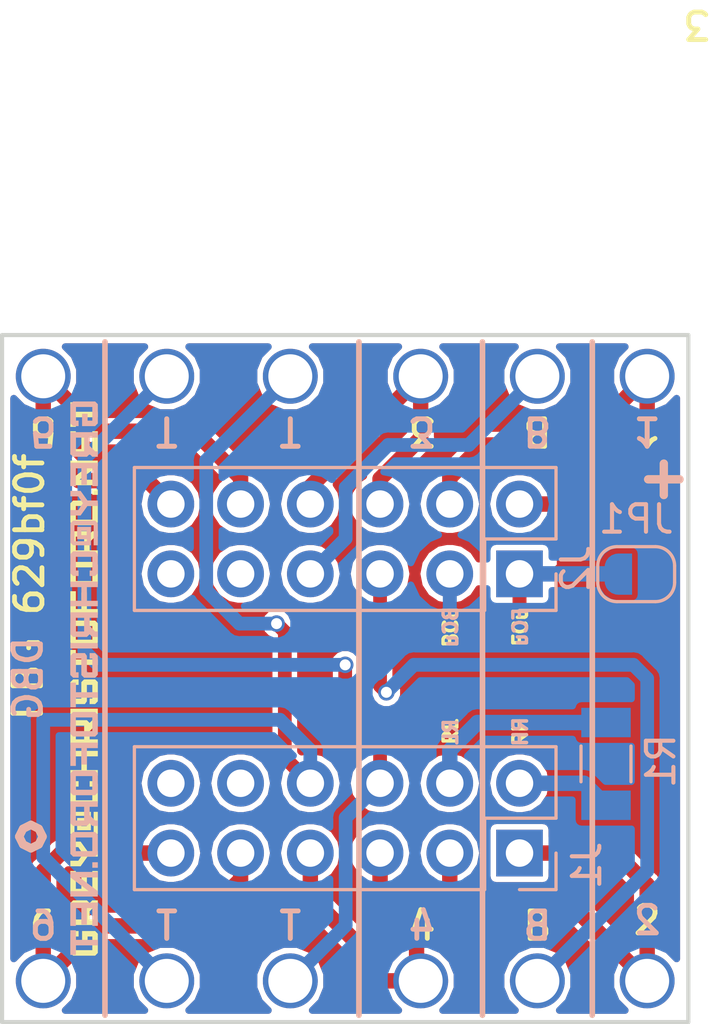
<source format=kicad_pcb>
(kicad_pcb (version 20171130) (host pcbnew "(5.0.0-rc1)")

  (general
    (thickness 1.6)
    (drawings 52)
    (tracks 90)
    (zones 0)
    (modules 18)
    (nets 19)
  )

  (page A4)
  (layers
    (0 F.Cu signal hide)
    (31 B.Cu signal hide)
    (32 B.Adhes user)
    (33 F.Adhes user)
    (34 B.Paste user)
    (35 F.Paste user)
    (36 B.SilkS user)
    (37 F.SilkS user)
    (38 B.Mask user)
    (39 F.Mask user)
    (40 Dwgs.User user)
    (41 Cmts.User user)
    (42 Eco1.User user)
    (43 Eco2.User user)
    (44 Edge.Cuts user)
    (45 Margin user)
    (46 B.CrtYd user)
    (47 F.CrtYd user)
    (48 B.Fab user)
    (49 F.Fab user)
  )

  (setup
    (last_trace_width 0.56)
    (user_trace_width 0.2)
    (user_trace_width 0.5)
    (user_trace_width 0.56)
    (trace_clearance 0.153)
    (zone_clearance 0.2)
    (zone_45_only no)
    (trace_min 0.2)
    (segment_width 0.2)
    (edge_width 0.15)
    (via_size 0.6)
    (via_drill 0.4)
    (via_min_size 0.4)
    (via_min_drill 0.3)
    (uvia_size 0.3)
    (uvia_drill 0.1)
    (uvias_allowed no)
    (uvia_min_size 0.2)
    (uvia_min_drill 0.1)
    (pcb_text_width 0.3)
    (pcb_text_size 1.5 1.5)
    (mod_edge_width 0.15)
    (mod_text_size 1 1)
    (mod_text_width 0.15)
    (pad_size 2 2)
    (pad_drill 1.6)
    (pad_to_mask_clearance 0.2)
    (aux_axis_origin 0 0)
    (visible_elements FFFFFF7F)
    (pcbplotparams
      (layerselection 0x010fc_ffffffff)
      (usegerberextensions false)
      (usegerberattributes true)
      (usegerberadvancedattributes true)
      (creategerberjobfile true)
      (excludeedgelayer true)
      (linewidth 0.150000)
      (plotframeref false)
      (viasonmask false)
      (mode 1)
      (useauxorigin true)
      (hpglpennumber 1)
      (hpglpenspeed 20)
      (hpglpendiameter 15)
      (psnegative false)
      (psa4output false)
      (plotreference true)
      (plotvalue true)
      (plotinvisibletext false)
      (padsonsilk false)
      (subtractmaskfromsilk false)
      (outputformat 1)
      (mirror false)
      (drillshape 0)
      (scaleselection 1)
      (outputdirectory output/))
  )

  (net 0 "")
  (net 1 /RH)
  (net 2 /RL)
  (net 3 /FCu)
  (net 4 /BCu)
  (net 5 /I2)
  (net 6 /I4)
  (net 7 /VT)
  (net 8 /IT)
  (net 9 /I6)
  (net 10 /V8)
  (net 11 /I8)
  (net 12 /I5)
  (net 13 /I7)
  (net 14 /V7)
  (net 15 /I3)
  (net 16 /IB)
  (net 17 /VB)
  (net 18 /I1)

  (net_class Default "This is the default net class."
    (clearance 0.153)
    (trace_width 0.25)
    (via_dia 0.6)
    (via_drill 0.4)
    (uvia_dia 0.3)
    (uvia_drill 0.1)
    (add_net /BCu)
    (add_net /FCu)
    (add_net /I1)
    (add_net /I2)
    (add_net /I3)
    (add_net /I4)
    (add_net /I5)
    (add_net /I6)
    (add_net /I7)
    (add_net /I8)
    (add_net /IB)
    (add_net /IT)
    (add_net /RH)
    (add_net /RL)
    (add_net /V7)
    (add_net /V8)
    (add_net /VB)
    (add_net /VT)
  )

  (module myParts:S25-022+P25-4023 (layer F.Cu) (tedit 5A01F89E) (tstamp 58E52FE7)
    (at -6.5 -11 90)
    (path /58E4CA77)
    (fp_text reference TP16 (at 0 1.778 90) (layer F.SilkS) hide
      (effects (font (size 1 1) (thickness 0.15)))
    )
    (fp_text value TEST (at 0 -0.5 90) (layer F.Fab) hide
      (effects (font (size 1 1) (thickness 0.15)))
    )
    (pad 1 thru_hole circle (at 0 0 90) (size 2 2) (drill 1.6) (layers *.Cu *.Mask)
      (net 7 /VT))
    (model ${KIPRJMOD}/sharedLibs/myparts.3dshapes/S25-022+P25-4023.step
      (offset (xyz 0 0 5.499999917398286))
      (scale (xyz 1 1 1))
      (rotate (xyz -90 0 0))
    )
  )

  (module myParts:S25-022+P25-4023 (layer F.Cu) (tedit 5A01F898) (tstamp 58E52FE3)
    (at -11 -11 90)
    (path /58E4CA7D)
    (fp_text reference TP15 (at 0 1.778 90) (layer F.SilkS) hide
      (effects (font (size 1 1) (thickness 0.15)))
    )
    (fp_text value TEST (at 0 -0.5 90) (layer F.Fab) hide
      (effects (font (size 1 1) (thickness 0.15)))
    )
    (pad 1 thru_hole circle (at 0 0 90) (size 2 2) (drill 1.6) (layers *.Cu *.Mask)
      (net 12 /I5))
    (model ${KIPRJMOD}/sharedLibs/myparts.3dshapes/S25-022+P25-4023.step
      (offset (xyz 0 0 5.499999917398286))
      (scale (xyz 1 1 1))
      (rotate (xyz -90 0 0))
    )
  )

  (module myParts:S25-022+P25-4023 (layer F.Cu) (tedit 5A01F857) (tstamp 58E52FC7)
    (at 11 11 90)
    (path /58E4C6B7)
    (fp_text reference TP8 (at 0 1.778 90) (layer F.SilkS) hide
      (effects (font (size 1 1) (thickness 0.15)))
    )
    (fp_text value TEST (at 0 -0.5 90) (layer F.Fab) hide
      (effects (font (size 1 1) (thickness 0.15)))
    )
    (pad 1 thru_hole circle (at 0 0 90) (size 2 2) (drill 1.6) (layers *.Cu *.Mask)
      (net 5 /I2))
    (model ${KIPRJMOD}/sharedLibs/myparts.3dshapes/S25-022+P25-4023.step
      (offset (xyz 0 0 5.499999917398286))
      (scale (xyz 1 1 1))
      (rotate (xyz -90 0 0))
    )
  )

  (module myParts:S25-022+P25-4023 (layer F.Cu) (tedit 5A01F7B3) (tstamp 58E52FC3)
    (at 7 11 90)
    (path /58E4C6BD)
    (fp_text reference TP7 (at 0 1.778 90) (layer F.SilkS) hide
      (effects (font (size 1 1) (thickness 0.15)))
    )
    (fp_text value TEST (at 0 -0.5 90) (layer F.Fab) hide
      (effects (font (size 1 1) (thickness 0.15)))
    )
    (pad 1 thru_hole circle (at 0 0 90) (size 2 2) (drill 1.6) (layers *.Cu *.Mask)
      (net 17 /VB))
    (model ${KIPRJMOD}/sharedLibs/myparts.3dshapes/S25-022+P25-4023.step
      (offset (xyz 0 0 5.499999917398286))
      (scale (xyz 1 1 1))
      (rotate (xyz -90 0 0))
    )
  )

  (module myParts:S25-022+P25-4023 (layer F.Cu) (tedit 5A01F78C) (tstamp 58E52FBF)
    (at 2.75 11 90)
    (path /58E4C4F2)
    (fp_text reference TP6 (at 0 1.778 90) (layer F.SilkS) hide
      (effects (font (size 1 1) (thickness 0.15)))
    )
    (fp_text value TEST (at 0 -0.5 90) (layer F.Fab) hide
      (effects (font (size 1 1) (thickness 0.15)))
    )
    (pad 1 thru_hole circle (at 0 0 90) (size 2 2) (drill 1.6) (layers *.Cu *.Mask)
      (net 6 /I4))
    (model ${KIPRJMOD}/sharedLibs/myparts.3dshapes/S25-022+P25-4023.step
      (offset (xyz 0 0 5.499999917398286))
      (scale (xyz 1 1 1))
      (rotate (xyz -90 0 0))
    )
  )

  (module myParts:S25-022+P25-4023 (layer F.Cu) (tedit 5A01F79C) (tstamp 58E52FBB)
    (at -2 11 90)
    (path /58E4C553)
    (fp_text reference TP5 (at 0 1.778 90) (layer F.SilkS) hide
      (effects (font (size 1 1) (thickness 0.15)))
    )
    (fp_text value TEST (at 0 -0.5 90) (layer F.Fab) hide
      (effects (font (size 1 1) (thickness 0.15)))
    )
    (pad 1 thru_hole circle (at 0 0 90) (size 2 2) (drill 1.6) (layers *.Cu *.Mask)
      (net 7 /VT))
    (model ${KIPRJMOD}/sharedLibs/myparts.3dshapes/S25-022+P25-4023.step
      (offset (xyz 0 0 5.499999917398286))
      (scale (xyz 1 1 1))
      (rotate (xyz -90 0 0))
    )
  )

  (module myParts:S25-022+P25-4023 (layer F.Cu) (tedit 5A01F7A7) (tstamp 58E52FB7)
    (at -6.5 11 90)
    (path /58E4C747)
    (fp_text reference TP4 (at 0 1.778 90) (layer F.SilkS) hide
      (effects (font (size 1 1) (thickness 0.15)))
    )
    (fp_text value TEST (at 0 -0.5 90) (layer F.Fab) hide
      (effects (font (size 1 1) (thickness 0.15)))
    )
    (pad 1 thru_hole circle (at 0 0 90) (size 2 2) (drill 1.6) (layers *.Cu *.Mask)
      (net 8 /IT))
    (model ${KIPRJMOD}/sharedLibs/myparts.3dshapes/S25-022+P25-4023.step
      (offset (xyz 0 0 5.499999917398286))
      (scale (xyz 1 1 1))
      (rotate (xyz -90 0 0))
    )
  )

  (module myParts:S25-022+P25-4023 (layer F.Cu) (tedit 5A01F7AD) (tstamp 58E52FB3)
    (at -11 11 90)
    (path /58E4C74D)
    (fp_text reference TP3 (at 0 1.778 90) (layer F.SilkS) hide
      (effects (font (size 1 1) (thickness 0.15)))
    )
    (fp_text value TEST (at 0 -0.5 90) (layer F.Fab) hide
      (effects (font (size 1 1) (thickness 0.15)))
    )
    (pad 1 thru_hole circle (at 0 0 90) (size 2 2) (drill 1.6) (layers *.Cu *.Mask)
      (net 9 /I6))
    (model ${KIPRJMOD}/sharedLibs/myparts.3dshapes/S25-022+P25-4023.step
      (offset (xyz 0 0 5.499999917398286))
      (scale (xyz 1 1 1))
      (rotate (xyz -90 0 0))
    )
  )

  (module myParts:S25-022+P25-4023 (layer F.Cu) (tedit 5A01F8D9) (tstamp 599D8D18)
    (at -2 -11 90)
    (path /58E4CA65)
    (fp_text reference TP17 (at 0 1.778 90) (layer F.SilkS) hide
      (effects (font (size 1 1) (thickness 0.15)))
    )
    (fp_text value TEST (at 0 -0.5 90) (layer F.Fab) hide
      (effects (font (size 1 1) (thickness 0.15)))
    )
    (pad 1 thru_hole circle (at 0 0 90) (size 2 2) (drill 1.6) (layers *.Cu *.Mask)
      (net 8 /IT))
    (model ${KIPRJMOD}/sharedLibs/myparts.3dshapes/S25-022+P25-4023.step
      (offset (xyz 0 0 5.499999917398286))
      (scale (xyz 1 1 1))
      (rotate (xyz -90 0 0))
    )
  )

  (module myParts:S25-022+P25-4023 (layer F.Cu) (tedit 5A01F8E8) (tstamp 599D8D22)
    (at 7 -11 90)
    (path /58E4CA71)
    (fp_text reference TP19 (at 0 1.778 90) (layer F.SilkS) hide
      (effects (font (size 1 1) (thickness 0.15)))
    )
    (fp_text value TEST (at 0 -0.5 90) (layer F.Fab) hide
      (effects (font (size 1 1) (thickness 0.15)))
    )
    (pad 1 thru_hole circle (at 0 0 90) (size 2 2) (drill 1.6) (layers *.Cu *.Mask)
      (net 16 /IB))
    (model ${KIPRJMOD}/sharedLibs/myparts.3dshapes/S25-022+P25-4023.step
      (offset (xyz 0 0 5.499999917398286))
      (scale (xyz 1 1 1))
      (rotate (xyz -90 0 0))
    )
  )

  (module myParts:S25-022+P25-4023 (layer F.Cu) (tedit 5A01F8EB) (tstamp 599D8D27)
    (at 11 -11 90)
    (path /58E4CA6B)
    (fp_text reference TP20 (at 0 1.778 90) (layer F.SilkS) hide
      (effects (font (size 1 1) (thickness 0.15)))
    )
    (fp_text value TEST (at 0 -0.5 90) (layer F.Fab) hide
      (effects (font (size 1 1) (thickness 0.15)))
    )
    (pad 1 thru_hole circle (at 0 0 90) (size 2 2) (drill 1.6) (layers *.Cu *.Mask)
      (net 18 /I1))
    (model ${KIPRJMOD}/sharedLibs/myparts.3dshapes/S25-022+P25-4023.step
      (offset (xyz 0 0 5.499999917398286))
      (scale (xyz 1 1 1))
      (rotate (xyz -90 0 0))
    )
  )

  (module myParts:logo_small (layer B.Cu) (tedit 0) (tstamp 59BFB1AD)
    (at -9.5 0 270)
    (path /59BFB10C)
    (fp_text reference L1 (at 0 4 270) (layer B.SilkS) hide
      (effects (font (size 1.524 1.524) (thickness 0.2)) (justify mirror))
    )
    (fp_text value GREY@CHRISTOFORO.NET (at 0 -4 270) (layer B.SilkS) hide
      (effects (font (size 1.524 1.524) (thickness 0.2)) (justify mirror))
    )
    (fp_poly (pts (xy -0.030446 0.410336) (xy -0.128951 0.511719) (xy -0.828528 0.511719) (xy -0.927058 0.410336)
      (xy -0.927058 -0.017886) (xy -0.828528 -0.089278) (xy -0.228894 -0.089278) (xy -0.228894 -0.28842)
      (xy -0.727172 -0.28842) (xy -0.727172 -0.189556) (xy -0.927058 -0.189556) (xy -0.927058 -0.389777)
      (xy -0.828528 -0.488281) (xy -0.128951 -0.488281) (xy -0.030446 -0.389777) (xy -0.030446 0.012104)
      (xy -0.128951 0.112047) (xy -0.727172 0.112047) (xy -0.727172 0.311832) (xy -0.228894 0.311832)
      (xy -0.228894 0.211888) (xy -0.030446 0.211888)) (layer B.SilkS) (width 0.001))
    (fp_poly (pts (xy -7.650288 -0.089484) (xy -7.052066 -0.089484) (xy -7.052066 0.110403) (xy -7.650288 0.110403)
      (xy -7.650288 0.311832) (xy -7.002107 0.311832) (xy -7.002107 0.511719) (xy -7.850175 0.511719)
      (xy -7.850175 -0.488281) (xy -7.002107 -0.488281) (xy -7.002107 -0.28842) (xy -7.650288 -0.28842)) (layer B.SilkS) (width 0.001))
    (fp_poly (pts (xy -8.766833 -0.488281) (xy -8.766833 0.010074) (xy -8.766833 0.311832) (xy -8.268555 0.311832)
      (xy -8.268555 0.010074) (xy -8.766833 0.010074) (xy -8.766833 -0.488281) (xy -8.766833 -0.189813)
      (xy -8.468442 -0.189813) (xy -8.368498 -0.288369) (xy -8.268555 -0.389751) (xy -8.268555 -0.488281)
      (xy -8.070107 -0.488281) (xy -8.070107 -0.288369) (xy -8.168611 -0.189813) (xy -8.070107 -0.089869)
      (xy -8.070107 0.410336) (xy -8.168611 0.511719) (xy -8.96672 0.511719) (xy -8.96672 -0.488281)) (layer B.SilkS) (width 0.001))
    (fp_poly (pts (xy -10.083265 -0.389777) (xy -9.984735 -0.488281) (xy -9.285156 -0.488281) (xy -9.186652 -0.389777)
      (xy -9.186652 0.084935) (xy -9.636385 0.084935) (xy -9.636385 -0.114925) (xy -9.3851 -0.114925)
      (xy -9.3851 -0.28842) (xy -9.883378 -0.28842) (xy -9.883378 0.311832) (xy -9.3851 0.311832)
      (xy -9.3851 0.211888) (xy -9.186652 0.211888) (xy -9.186652 0.410336) (xy -9.285156 0.511719)
      (xy -9.984735 0.511719) (xy -10.083265 0.410336)) (layer B.SilkS) (width 0.001))
    (fp_poly (pts (xy -2.211788 -0.189813) (xy -2.211788 0.311832) (xy -1.71351 0.311832) (xy -1.71351 0.010074)
      (xy -2.211788 0.010074) (xy -2.211788 0.311832) (xy -2.211788 -0.189813) (xy -1.913397 -0.189813)
      (xy -1.813453 -0.288369) (xy -1.71351 -0.389751) (xy -1.71351 -0.488281) (xy -1.515062 -0.488281)
      (xy -1.515062 -0.288369) (xy -1.613567 -0.189813) (xy -1.515062 -0.089869) (xy -1.515062 0.410336)
      (xy -1.613567 0.511719) (xy -2.411675 0.511719) (xy -2.411675 -0.488281) (xy -2.211788 -0.488281)) (layer B.SilkS) (width 0.001))
    (fp_poly (pts (xy -5.64741 -0.488281) (xy -4.849327 -0.488281) (xy -4.849327 -0.336965) (xy -5.594598 -0.336965)
      (xy -5.594598 0.36323) (xy -4.996376 0.36323) (xy -4.996376 -0.089587) (xy -5.072034 -0.089587)
      (xy -5.21911 -0.083881) (xy -5.371865 -0.083881) (xy -5.371865 0.113666) (xy -5.21911 0.113666)
      (xy -5.21911 -0.083881) (xy -5.072034 -0.089587) (xy -5.072034 0.265008) (xy -5.518914 0.265008)
      (xy -5.518914 -0.236636) (xy -4.849327 -0.236636) (xy -4.849327 0.410336) (xy -4.947831 0.511719)
      (xy -5.64741 0.511719) (xy -5.74594 0.410336) (xy -5.74594 -0.389777)) (layer B.SilkS) (width 0.001))
    (fp_poly (pts (xy 2.33052 0.511719) (xy 2.33052 -0.488281) (xy 2.530407 -0.488281) (xy 2.530407 -0.089484)
      (xy 3.128624 -0.089484) (xy 3.128624 0.110403) (xy 2.530407 0.110403) (xy 2.530407 0.311832)
      (xy 3.178582 0.311832) (xy 3.178582 0.511719)) (layer B.SilkS) (width 0.001))
    (fp_poly (pts (xy -6.131528 0.223145) (xy -6.382813 0.054559) (xy -6.629806 0.223145) (xy -6.629806 0.511719)
      (xy -6.829693 0.511719) (xy -6.829693 0.138852) (xy -6.479903 -0.111148) (xy -6.479903 -0.488281)
      (xy -6.28143 -0.488281) (xy -6.28143 -0.111148) (xy -5.93308 0.138852) (xy -5.93308 0.511719)
      (xy -6.131528 0.511719)) (layer B.SilkS) (width 0.001))
    (fp_poly (pts (xy -4.429508 0.311832) (xy -3.931229 0.311832) (xy -3.931229 0.211888) (xy -3.732782 0.211888)
      (xy -3.732782 0.410336) (xy -3.831286 0.511719) (xy -4.530865 0.511719) (xy -4.629395 0.410336)
      (xy -4.629395 -0.389777) (xy -4.530865 -0.488281) (xy -3.831286 -0.488281) (xy -3.732782 -0.389777)
      (xy -3.732782 -0.18989) (xy -3.931229 -0.18989) (xy -3.931229 -0.28842) (xy -4.429508 -0.28842)) (layer B.SilkS) (width 0.001))
    (fp_poly (pts (xy 9.000514 0.511719) (xy 8.152447 0.511719) (xy 8.152447 -0.488281) (xy 9.000514 -0.488281)
      (xy 9.000514 -0.28842) (xy 8.352333 -0.28842) (xy 8.352333 -0.089484) (xy 8.950555 -0.089484)
      (xy 8.950555 0.110403) (xy 8.352333 0.110403) (xy 8.352333 0.311832) (xy 9.000514 0.311832)) (layer B.SilkS) (width 0.001))
    (fp_poly (pts (xy 4.465435 0.511719) (xy 4.465435 -0.488281) (xy 4.665322 -0.488281) (xy 4.665322 0.311832)
      (xy 5.1636 0.311832) (xy 5.1636 0.010074) (xy 4.665322 0.010074) (xy 4.665322 0.311832)
      (xy 4.665322 -0.488281) (xy 4.665322 -0.189813) (xy 4.963713 -0.189813) (xy 5.063656 -0.288369)
      (xy 5.1636 -0.389751) (xy 5.1636 -0.488281) (xy 5.362048 -0.488281) (xy 5.362048 -0.288369)
      (xy 5.263543 -0.189813) (xy 5.362048 -0.089869) (xy 5.362048 0.410336) (xy 5.263543 0.511719)) (layer B.SilkS) (width 0.001))
    (fp_poly (pts (xy 5.68051 -0.488281) (xy 6.380088 -0.488281) (xy 6.280145 -0.28842) (xy 5.781867 -0.28842)
      (xy 5.781867 0.311832) (xy 6.280145 0.311832) (xy 6.280145 -0.28842) (xy 6.380088 -0.488281)
      (xy 6.478593 -0.389777) (xy 6.478593 0.410336) (xy 6.380088 0.511719) (xy 5.68051 0.511719)
      (xy 5.58198 0.410336) (xy 5.58198 -0.389777)) (layer B.SilkS) (width 0.001))
    (fp_poly (pts (xy 7.235788 0.511719) (xy 7.035902 0.511719) (xy 7.035902 -0.488281) (xy 7.235788 -0.488281)
      (xy 7.235788 0.178865) (xy 7.734067 -0.488281) (xy 7.932514 -0.488281) (xy 7.932514 0.511719)
      (xy 7.734067 0.511719) (xy 7.734067 -0.154014)) (layer B.SilkS) (width 0.001))
    (fp_poly (pts (xy 10.055304 0.511719) (xy 9.158691 0.511719) (xy 9.158691 0.311832) (xy 9.508481 0.311832)
      (xy 9.508481 -0.488281) (xy 9.708368 -0.488281) (xy 9.708368 0.311832) (xy 10.055304 0.311832)) (layer B.SilkS) (width 0.001))
    (fp_poly (pts (xy -1.295135 0.511719) (xy -1.295135 -0.488281) (xy -1.095248 -0.488281) (xy -1.095248 0.511719)) (layer B.SilkS) (width 0.001))
    (fp_poly (pts (xy 6.884123 -0.28842) (xy 6.684236 -0.28842) (xy 6.684236 -0.488281) (xy 6.884123 -0.488281)) (layer B.SilkS) (width 0.001))
    (fp_poly (pts (xy 1.21398 0.410336) (xy 1.413867 0.311832) (xy 1.912145 0.311832) (xy 1.912145 -0.28842)
      (xy 1.413867 -0.28842) (xy 1.413867 0.311832) (xy 1.21398 0.410336) (xy 1.21398 -0.389777)
      (xy 1.31251 -0.488281) (xy 2.012089 -0.488281) (xy 2.110593 -0.389777) (xy 2.110593 0.410336)
      (xy 2.012089 0.511719) (xy 1.31251 0.511719)) (layer B.SilkS) (width 0.001))
    (fp_poly (pts (xy -3.328331 0.511719) (xy -3.528218 0.511719) (xy -3.528218 -0.488281) (xy -3.328331 -0.488281)
      (xy -3.328331 -0.089484) (xy -2.830052 -0.089484) (xy -2.830052 -0.488281) (xy -2.631605 -0.488281)
      (xy -2.631605 0.511719) (xy -2.830052 0.511719) (xy -2.830052 0.110403) (xy -3.328331 0.110403)) (layer B.SilkS) (width 0.001))
    (fp_poly (pts (xy 1.043277 0.511719) (xy 0.146665 0.511719) (xy 0.146665 0.311832) (xy 0.496454 0.311832)
      (xy 0.496454 -0.488281) (xy 0.69634 -0.488281) (xy 0.69634 0.311832) (xy 1.043277 0.311832)) (layer B.SilkS) (width 0.001))
    (fp_poly (pts (xy 4.146998 0.511719) (xy 3.44742 0.511719) (xy 3.34889 0.410336) (xy 3.548777 0.311832)
      (xy 4.047055 0.311832) (xy 4.047055 -0.28842) (xy 3.548777 -0.28842) (xy 3.548777 0.311832)
      (xy 3.34889 0.410336) (xy 3.34889 -0.389777) (xy 3.44742 -0.488281) (xy 4.146998 -0.488281)
      (xy 4.245503 -0.389777) (xy 4.245503 0.410336)) (layer B.SilkS) (width 0.001))
  )

  (module myParts:logo_small (layer F.Cu) (tedit 0) (tstamp 59BFB1AA)
    (at -9.5 0 90)
    (path /59BFB10C)
    (fp_text reference L1 (at 0 -4 90) (layer F.SilkS) hide
      (effects (font (size 1.524 1.524) (thickness 0.2)))
    )
    (fp_text value GREY@CHRISTOFORO.NET (at 0 4 90) (layer F.SilkS) hide
      (effects (font (size 1.524 1.524) (thickness 0.2)))
    )
    (fp_poly (pts (xy -0.030446 -0.410336) (xy -0.128951 -0.511719) (xy -0.828528 -0.511719) (xy -0.927058 -0.410336)
      (xy -0.927058 0.017886) (xy -0.828528 0.089278) (xy -0.228894 0.089278) (xy -0.228894 0.28842)
      (xy -0.727172 0.28842) (xy -0.727172 0.189556) (xy -0.927058 0.189556) (xy -0.927058 0.389777)
      (xy -0.828528 0.488281) (xy -0.128951 0.488281) (xy -0.030446 0.389777) (xy -0.030446 -0.012104)
      (xy -0.128951 -0.112047) (xy -0.727172 -0.112047) (xy -0.727172 -0.311832) (xy -0.228894 -0.311832)
      (xy -0.228894 -0.211888) (xy -0.030446 -0.211888)) (layer F.SilkS) (width 0.001))
    (fp_poly (pts (xy -7.650288 0.089484) (xy -7.052066 0.089484) (xy -7.052066 -0.110403) (xy -7.650288 -0.110403)
      (xy -7.650288 -0.311832) (xy -7.002107 -0.311832) (xy -7.002107 -0.511719) (xy -7.850175 -0.511719)
      (xy -7.850175 0.488281) (xy -7.002107 0.488281) (xy -7.002107 0.28842) (xy -7.650288 0.28842)) (layer F.SilkS) (width 0.001))
    (fp_poly (pts (xy -8.766833 0.488281) (xy -8.766833 -0.010074) (xy -8.766833 -0.311832) (xy -8.268555 -0.311832)
      (xy -8.268555 -0.010074) (xy -8.766833 -0.010074) (xy -8.766833 0.488281) (xy -8.766833 0.189813)
      (xy -8.468442 0.189813) (xy -8.368498 0.288369) (xy -8.268555 0.389751) (xy -8.268555 0.488281)
      (xy -8.070107 0.488281) (xy -8.070107 0.288369) (xy -8.168611 0.189813) (xy -8.070107 0.089869)
      (xy -8.070107 -0.410336) (xy -8.168611 -0.511719) (xy -8.96672 -0.511719) (xy -8.96672 0.488281)) (layer F.SilkS) (width 0.001))
    (fp_poly (pts (xy -10.083265 0.389777) (xy -9.984735 0.488281) (xy -9.285156 0.488281) (xy -9.186652 0.389777)
      (xy -9.186652 -0.084935) (xy -9.636385 -0.084935) (xy -9.636385 0.114925) (xy -9.3851 0.114925)
      (xy -9.3851 0.28842) (xy -9.883378 0.28842) (xy -9.883378 -0.311832) (xy -9.3851 -0.311832)
      (xy -9.3851 -0.211888) (xy -9.186652 -0.211888) (xy -9.186652 -0.410336) (xy -9.285156 -0.511719)
      (xy -9.984735 -0.511719) (xy -10.083265 -0.410336)) (layer F.SilkS) (width 0.001))
    (fp_poly (pts (xy -2.211788 0.189813) (xy -2.211788 -0.311832) (xy -1.71351 -0.311832) (xy -1.71351 -0.010074)
      (xy -2.211788 -0.010074) (xy -2.211788 -0.311832) (xy -2.211788 0.189813) (xy -1.913397 0.189813)
      (xy -1.813453 0.288369) (xy -1.71351 0.389751) (xy -1.71351 0.488281) (xy -1.515062 0.488281)
      (xy -1.515062 0.288369) (xy -1.613567 0.189813) (xy -1.515062 0.089869) (xy -1.515062 -0.410336)
      (xy -1.613567 -0.511719) (xy -2.411675 -0.511719) (xy -2.411675 0.488281) (xy -2.211788 0.488281)) (layer F.SilkS) (width 0.001))
    (fp_poly (pts (xy -5.64741 0.488281) (xy -4.849327 0.488281) (xy -4.849327 0.336965) (xy -5.594598 0.336965)
      (xy -5.594598 -0.36323) (xy -4.996376 -0.36323) (xy -4.996376 0.089587) (xy -5.072034 0.089587)
      (xy -5.21911 0.083881) (xy -5.371865 0.083881) (xy -5.371865 -0.113666) (xy -5.21911 -0.113666)
      (xy -5.21911 0.083881) (xy -5.072034 0.089587) (xy -5.072034 -0.265008) (xy -5.518914 -0.265008)
      (xy -5.518914 0.236636) (xy -4.849327 0.236636) (xy -4.849327 -0.410336) (xy -4.947831 -0.511719)
      (xy -5.64741 -0.511719) (xy -5.74594 -0.410336) (xy -5.74594 0.389777)) (layer F.SilkS) (width 0.001))
    (fp_poly (pts (xy 2.33052 -0.511719) (xy 2.33052 0.488281) (xy 2.530407 0.488281) (xy 2.530407 0.089484)
      (xy 3.128624 0.089484) (xy 3.128624 -0.110403) (xy 2.530407 -0.110403) (xy 2.530407 -0.311832)
      (xy 3.178582 -0.311832) (xy 3.178582 -0.511719)) (layer F.SilkS) (width 0.001))
    (fp_poly (pts (xy -6.131528 -0.223145) (xy -6.382813 -0.054559) (xy -6.629806 -0.223145) (xy -6.629806 -0.511719)
      (xy -6.829693 -0.511719) (xy -6.829693 -0.138852) (xy -6.479903 0.111148) (xy -6.479903 0.488281)
      (xy -6.28143 0.488281) (xy -6.28143 0.111148) (xy -5.93308 -0.138852) (xy -5.93308 -0.511719)
      (xy -6.131528 -0.511719)) (layer F.SilkS) (width 0.001))
    (fp_poly (pts (xy -4.429508 -0.311832) (xy -3.931229 -0.311832) (xy -3.931229 -0.211888) (xy -3.732782 -0.211888)
      (xy -3.732782 -0.410336) (xy -3.831286 -0.511719) (xy -4.530865 -0.511719) (xy -4.629395 -0.410336)
      (xy -4.629395 0.389777) (xy -4.530865 0.488281) (xy -3.831286 0.488281) (xy -3.732782 0.389777)
      (xy -3.732782 0.18989) (xy -3.931229 0.18989) (xy -3.931229 0.28842) (xy -4.429508 0.28842)) (layer F.SilkS) (width 0.001))
    (fp_poly (pts (xy 9.000514 -0.511719) (xy 8.152447 -0.511719) (xy 8.152447 0.488281) (xy 9.000514 0.488281)
      (xy 9.000514 0.28842) (xy 8.352333 0.28842) (xy 8.352333 0.089484) (xy 8.950555 0.089484)
      (xy 8.950555 -0.110403) (xy 8.352333 -0.110403) (xy 8.352333 -0.311832) (xy 9.000514 -0.311832)) (layer F.SilkS) (width 0.001))
    (fp_poly (pts (xy 4.465435 -0.511719) (xy 4.465435 0.488281) (xy 4.665322 0.488281) (xy 4.665322 -0.311832)
      (xy 5.1636 -0.311832) (xy 5.1636 -0.010074) (xy 4.665322 -0.010074) (xy 4.665322 -0.311832)
      (xy 4.665322 0.488281) (xy 4.665322 0.189813) (xy 4.963713 0.189813) (xy 5.063656 0.288369)
      (xy 5.1636 0.389751) (xy 5.1636 0.488281) (xy 5.362048 0.488281) (xy 5.362048 0.288369)
      (xy 5.263543 0.189813) (xy 5.362048 0.089869) (xy 5.362048 -0.410336) (xy 5.263543 -0.511719)) (layer F.SilkS) (width 0.001))
    (fp_poly (pts (xy 5.68051 0.488281) (xy 6.380088 0.488281) (xy 6.280145 0.28842) (xy 5.781867 0.28842)
      (xy 5.781867 -0.311832) (xy 6.280145 -0.311832) (xy 6.280145 0.28842) (xy 6.380088 0.488281)
      (xy 6.478593 0.389777) (xy 6.478593 -0.410336) (xy 6.380088 -0.511719) (xy 5.68051 -0.511719)
      (xy 5.58198 -0.410336) (xy 5.58198 0.389777)) (layer F.SilkS) (width 0.001))
    (fp_poly (pts (xy 7.235788 -0.511719) (xy 7.035902 -0.511719) (xy 7.035902 0.488281) (xy 7.235788 0.488281)
      (xy 7.235788 -0.178865) (xy 7.734067 0.488281) (xy 7.932514 0.488281) (xy 7.932514 -0.511719)
      (xy 7.734067 -0.511719) (xy 7.734067 0.154014)) (layer F.SilkS) (width 0.001))
    (fp_poly (pts (xy 10.055304 -0.511719) (xy 9.158691 -0.511719) (xy 9.158691 -0.311832) (xy 9.508481 -0.311832)
      (xy 9.508481 0.488281) (xy 9.708368 0.488281) (xy 9.708368 -0.311832) (xy 10.055304 -0.311832)) (layer F.SilkS) (width 0.001))
    (fp_poly (pts (xy -1.295135 -0.511719) (xy -1.295135 0.488281) (xy -1.095248 0.488281) (xy -1.095248 -0.511719)) (layer F.SilkS) (width 0.001))
    (fp_poly (pts (xy 6.884123 0.28842) (xy 6.684236 0.28842) (xy 6.684236 0.488281) (xy 6.884123 0.488281)) (layer F.SilkS) (width 0.001))
    (fp_poly (pts (xy 1.21398 -0.410336) (xy 1.413867 -0.311832) (xy 1.912145 -0.311832) (xy 1.912145 0.28842)
      (xy 1.413867 0.28842) (xy 1.413867 -0.311832) (xy 1.21398 -0.410336) (xy 1.21398 0.389777)
      (xy 1.31251 0.488281) (xy 2.012089 0.488281) (xy 2.110593 0.389777) (xy 2.110593 -0.410336)
      (xy 2.012089 -0.511719) (xy 1.31251 -0.511719)) (layer F.SilkS) (width 0.001))
    (fp_poly (pts (xy -3.328331 -0.511719) (xy -3.528218 -0.511719) (xy -3.528218 0.488281) (xy -3.328331 0.488281)
      (xy -3.328331 0.089484) (xy -2.830052 0.089484) (xy -2.830052 0.488281) (xy -2.631605 0.488281)
      (xy -2.631605 -0.511719) (xy -2.830052 -0.511719) (xy -2.830052 -0.110403) (xy -3.328331 -0.110403)) (layer F.SilkS) (width 0.001))
    (fp_poly (pts (xy 1.043277 -0.511719) (xy 0.146665 -0.511719) (xy 0.146665 -0.311832) (xy 0.496454 -0.311832)
      (xy 0.496454 0.488281) (xy 0.69634 0.488281) (xy 0.69634 -0.311832) (xy 1.043277 -0.311832)) (layer F.SilkS) (width 0.001))
    (fp_poly (pts (xy 4.146998 -0.511719) (xy 3.44742 -0.511719) (xy 3.34889 -0.410336) (xy 3.548777 -0.311832)
      (xy 4.047055 -0.311832) (xy 4.047055 0.28842) (xy 3.548777 0.28842) (xy 3.548777 -0.311832)
      (xy 3.34889 -0.410336) (xy 3.34889 0.389777) (xy 3.44742 0.488281) (xy 4.146998 0.488281)
      (xy 4.245503 0.389777) (xy 4.245503 -0.410336)) (layer F.SilkS) (width 0.001))
  )

  (module Connector_PinHeader_2.54mm:PinHeader_2x06_P2.54mm_Vertical (layer B.Cu) (tedit 59FED5CC) (tstamp 5AEB959B)
    (at 6.35 6.35 90)
    (descr "Through hole straight pin header, 2x06, 2.54mm pitch, double rows")
    (tags "Through hole pin header THT 2x06 2.54mm double row")
    (path /599DB107)
    (fp_text reference J1 (at -0.45 2.45 90) (layer B.SilkS)
      (effects (font (size 1 1) (thickness 0.15)) (justify mirror))
    )
    (fp_text value CONN_02X06 (at 1.27 -15.03 90) (layer B.Fab)
      (effects (font (size 1 1) (thickness 0.15)) (justify mirror))
    )
    (fp_line (start 0 1.27) (end 3.81 1.27) (layer B.Fab) (width 0.1))
    (fp_line (start 3.81 1.27) (end 3.81 -13.97) (layer B.Fab) (width 0.1))
    (fp_line (start 3.81 -13.97) (end -1.27 -13.97) (layer B.Fab) (width 0.1))
    (fp_line (start -1.27 -13.97) (end -1.27 0) (layer B.Fab) (width 0.1))
    (fp_line (start -1.27 0) (end 0 1.27) (layer B.Fab) (width 0.1))
    (fp_line (start -1.33 -14.03) (end 3.87 -14.03) (layer B.SilkS) (width 0.12))
    (fp_line (start -1.33 -1.27) (end -1.33 -14.03) (layer B.SilkS) (width 0.12))
    (fp_line (start 3.87 1.33) (end 3.87 -14.03) (layer B.SilkS) (width 0.12))
    (fp_line (start -1.33 -1.27) (end 1.27 -1.27) (layer B.SilkS) (width 0.12))
    (fp_line (start 1.27 -1.27) (end 1.27 1.33) (layer B.SilkS) (width 0.12))
    (fp_line (start 1.27 1.33) (end 3.87 1.33) (layer B.SilkS) (width 0.12))
    (fp_line (start -1.33 0) (end -1.33 1.33) (layer B.SilkS) (width 0.12))
    (fp_line (start -1.33 1.33) (end 0 1.33) (layer B.SilkS) (width 0.12))
    (fp_line (start -1.8 1.8) (end -1.8 -14.5) (layer B.CrtYd) (width 0.05))
    (fp_line (start -1.8 -14.5) (end 4.35 -14.5) (layer B.CrtYd) (width 0.05))
    (fp_line (start 4.35 -14.5) (end 4.35 1.8) (layer B.CrtYd) (width 0.05))
    (fp_line (start 4.35 1.8) (end -1.8 1.8) (layer B.CrtYd) (width 0.05))
    (fp_text user %R (at 1.27 -6.35) (layer B.Fab)
      (effects (font (size 1 1) (thickness 0.15)) (justify mirror))
    )
    (pad 1 thru_hole rect (at 0 0 90) (size 1.7 1.7) (drill 1) (layers *.Cu *.Mask)
      (net 5 /I2))
    (pad 2 thru_hole oval (at 2.54 0 90) (size 1.7 1.7) (drill 1) (layers *.Cu *.Mask)
      (net 1 /RH))
    (pad 3 thru_hole oval (at 0 -2.54 90) (size 1.7 1.7) (drill 1) (layers *.Cu *.Mask)
      (net 5 /I2))
    (pad 4 thru_hole oval (at 2.54 -2.54 90) (size 1.7 1.7) (drill 1) (layers *.Cu *.Mask)
      (net 2 /RL))
    (pad 5 thru_hole oval (at 0 -5.08 90) (size 1.7 1.7) (drill 1) (layers *.Cu *.Mask)
      (net 6 /I4))
    (pad 6 thru_hole oval (at 2.54 -5.08 90) (size 1.7 1.7) (drill 1) (layers *.Cu *.Mask)
      (net 7 /VT))
    (pad 7 thru_hole oval (at 0 -7.62 90) (size 1.7 1.7) (drill 1) (layers *.Cu *.Mask)
      (net 6 /I4))
    (pad 8 thru_hole oval (at 2.54 -7.62 90) (size 1.7 1.7) (drill 1) (layers *.Cu *.Mask)
      (net 8 /IT))
    (pad 9 thru_hole oval (at 0 -10.16 90) (size 1.7 1.7) (drill 1) (layers *.Cu *.Mask)
      (net 9 /I6))
    (pad 10 thru_hole oval (at 2.54 -10.16 90) (size 1.7 1.7) (drill 1) (layers *.Cu *.Mask)
      (net 10 /V8))
    (pad 11 thru_hole oval (at 0 -12.7 90) (size 1.7 1.7) (drill 1) (layers *.Cu *.Mask)
      (net 9 /I6))
    (pad 12 thru_hole oval (at 2.54 -12.7 90) (size 1.7 1.7) (drill 1) (layers *.Cu *.Mask)
      (net 11 /I8))
    (model ${KISYS3DMOD}/Connector_PinHeader_2.54mm.3dshapes/PinHeader_2x06_P2.54mm_Vertical.wrl
      (at (xyz 0 0 0))
      (scale (xyz 1 1 1))
      (rotate (xyz 0 0 0))
    )
  )

  (module Connector_PinHeader_2.54mm:PinHeader_2x06_P2.54mm_Vertical (layer B.Cu) (tedit 59FED5CC) (tstamp 5AEB95BC)
    (at 6.35 -3.81 90)
    (descr "Through hole straight pin header, 2x06, 2.54mm pitch, double rows")
    (tags "Through hole pin header THT 2x06 2.54mm double row")
    (path /599DB1BB)
    (fp_text reference J2 (at 0.19 2.05 90) (layer B.SilkS)
      (effects (font (size 1 1) (thickness 0.15)) (justify mirror))
    )
    (fp_text value CONN_02X06 (at 1.27 -15.03 90) (layer B.Fab)
      (effects (font (size 1 1) (thickness 0.15)) (justify mirror))
    )
    (fp_text user %R (at 1.27 -6.35) (layer B.Fab)
      (effects (font (size 1 1) (thickness 0.15)) (justify mirror))
    )
    (fp_line (start 4.35 1.8) (end -1.8 1.8) (layer B.CrtYd) (width 0.05))
    (fp_line (start 4.35 -14.5) (end 4.35 1.8) (layer B.CrtYd) (width 0.05))
    (fp_line (start -1.8 -14.5) (end 4.35 -14.5) (layer B.CrtYd) (width 0.05))
    (fp_line (start -1.8 1.8) (end -1.8 -14.5) (layer B.CrtYd) (width 0.05))
    (fp_line (start -1.33 1.33) (end 0 1.33) (layer B.SilkS) (width 0.12))
    (fp_line (start -1.33 0) (end -1.33 1.33) (layer B.SilkS) (width 0.12))
    (fp_line (start 1.27 1.33) (end 3.87 1.33) (layer B.SilkS) (width 0.12))
    (fp_line (start 1.27 -1.27) (end 1.27 1.33) (layer B.SilkS) (width 0.12))
    (fp_line (start -1.33 -1.27) (end 1.27 -1.27) (layer B.SilkS) (width 0.12))
    (fp_line (start 3.87 1.33) (end 3.87 -14.03) (layer B.SilkS) (width 0.12))
    (fp_line (start -1.33 -1.27) (end -1.33 -14.03) (layer B.SilkS) (width 0.12))
    (fp_line (start -1.33 -14.03) (end 3.87 -14.03) (layer B.SilkS) (width 0.12))
    (fp_line (start -1.27 0) (end 0 1.27) (layer B.Fab) (width 0.1))
    (fp_line (start -1.27 -13.97) (end -1.27 0) (layer B.Fab) (width 0.1))
    (fp_line (start 3.81 -13.97) (end -1.27 -13.97) (layer B.Fab) (width 0.1))
    (fp_line (start 3.81 1.27) (end 3.81 -13.97) (layer B.Fab) (width 0.1))
    (fp_line (start 0 1.27) (end 3.81 1.27) (layer B.Fab) (width 0.1))
    (pad 12 thru_hole oval (at 2.54 -12.7 90) (size 1.7 1.7) (drill 1) (layers *.Cu *.Mask)
      (net 12 /I5))
    (pad 11 thru_hole oval (at 0 -12.7 90) (size 1.7 1.7) (drill 1) (layers *.Cu *.Mask)
      (net 13 /I7))
    (pad 10 thru_hole oval (at 2.54 -10.16 90) (size 1.7 1.7) (drill 1) (layers *.Cu *.Mask)
      (net 12 /I5))
    (pad 9 thru_hole oval (at 0 -10.16 90) (size 1.7 1.7) (drill 1) (layers *.Cu *.Mask)
      (net 14 /V7))
    (pad 8 thru_hole oval (at 2.54 -7.62 90) (size 1.7 1.7) (drill 1) (layers *.Cu *.Mask)
      (net 15 /I3))
    (pad 7 thru_hole oval (at 0 -7.62 90) (size 1.7 1.7) (drill 1) (layers *.Cu *.Mask)
      (net 16 /IB))
    (pad 6 thru_hole oval (at 2.54 -5.08 90) (size 1.7 1.7) (drill 1) (layers *.Cu *.Mask)
      (net 15 /I3))
    (pad 5 thru_hole oval (at 0 -5.08 90) (size 1.7 1.7) (drill 1) (layers *.Cu *.Mask)
      (net 17 /VB))
    (pad 4 thru_hole oval (at 2.54 -2.54 90) (size 1.7 1.7) (drill 1) (layers *.Cu *.Mask)
      (net 18 /I1))
    (pad 3 thru_hole oval (at 0 -2.54 90) (size 1.7 1.7) (drill 1) (layers *.Cu *.Mask)
      (net 4 /BCu))
    (pad 2 thru_hole oval (at 2.54 0 90) (size 1.7 1.7) (drill 1) (layers *.Cu *.Mask)
      (net 18 /I1))
    (pad 1 thru_hole rect (at 0 0 90) (size 1.7 1.7) (drill 1) (layers *.Cu *.Mask)
      (net 3 /FCu))
    (model ${KISYS3DMOD}/Connector_PinHeader_2.54mm.3dshapes/PinHeader_2x06_P2.54mm_Vertical.wrl
      (at (xyz 0 0 0))
      (scale (xyz 1 1 1))
      (rotate (xyz 0 0 0))
    )
  )

  (module Jumper:SolderJumper-2_P1.3mm_Open_RoundedPad1.0x1.5mm (layer B.Cu) (tedit 5A3EAE8E) (tstamp 5AE3E38A)
    (at 10.6 -3.8 180)
    (descr "SMD Solder Jumper, 1x1.5mm, rounded Pads, 0.3mm gap, open")
    (tags "solder jumper open")
    (path /59F4B423)
    (attr virtual)
    (fp_text reference JP1 (at 0 2) (layer B.SilkS)
      (effects (font (size 1 1) (thickness 0.15)) (justify mirror))
    )
    (fp_text value Jumper_NO_Small (at 0 -1.9 180) (layer B.Fab)
      (effects (font (size 1 1) (thickness 0.15)) (justify mirror))
    )
    (fp_arc (start 0.7 0.3) (end 1.4 0.3) (angle 90) (layer B.SilkS) (width 0.12))
    (fp_arc (start 0.7 -0.3) (end 0.7 -1) (angle 90) (layer B.SilkS) (width 0.12))
    (fp_arc (start -0.7 -0.3) (end -1.4 -0.3) (angle 90) (layer B.SilkS) (width 0.12))
    (fp_arc (start -0.7 0.3) (end -0.7 1) (angle 90) (layer B.SilkS) (width 0.12))
    (fp_line (start -1.4 -0.3) (end -1.4 0.3) (layer B.SilkS) (width 0.12))
    (fp_line (start 0.7 -1) (end -0.7 -1) (layer B.SilkS) (width 0.12))
    (fp_line (start 1.4 0.3) (end 1.4 -0.3) (layer B.SilkS) (width 0.12))
    (fp_line (start -0.7 1) (end 0.7 1) (layer B.SilkS) (width 0.12))
    (fp_line (start -1.65 1.25) (end 1.65 1.25) (layer B.CrtYd) (width 0.05))
    (fp_line (start -1.65 1.25) (end -1.65 -1.25) (layer B.CrtYd) (width 0.05))
    (fp_line (start 1.65 -1.25) (end 1.65 1.25) (layer B.CrtYd) (width 0.05))
    (fp_line (start 1.65 -1.25) (end -1.65 -1.25) (layer B.CrtYd) (width 0.05))
    (pad 2 smd roundrect (at 0.65 0 180) (size 1 1.5) (layers B.Cu B.Mask)(roundrect_rratio 0.5)
      (net 3 /FCu))
    (pad 1 smd roundrect (at -0.65 0 180) (size 1 1.5) (layers B.Cu B.Mask)(roundrect_rratio 0.5)
      (net 4 /BCu))
    (pad 1 smd rect (at -0.4 0 180) (size 0.5 1.5) (layers B.Cu B.Mask)
      (net 4 /BCu))
    (pad 2 smd rect (at 0.4 0 180) (size 0.5 1.5) (layers B.Cu B.Mask)
      (net 3 /FCu))
  )

  (module Resistor_SMD:R_1206_3216Metric (layer B.Cu) (tedit 59FE48B8) (tstamp 5B054D06)
    (at 9.5 3.105 270)
    (descr "Resistor SMD 1206 (3216 Metric), square (rectangular) end terminal, IPC_7351 nominal, (Body size source: http://www.tortai-tech.com/upload/download/2011102023233369053.pdf), generated with kicad-footprint-generator")
    (tags resistor)
    (path /599DBDE1)
    (attr smd)
    (fp_text reference R1 (at -0.105 -2 270) (layer B.SilkS)
      (effects (font (size 1 1) (thickness 0.15)) (justify mirror))
    )
    (fp_text value 200k (at 0 -2.05 270) (layer B.Fab)
      (effects (font (size 1 1) (thickness 0.15)) (justify mirror))
    )
    (fp_line (start -1.6 -0.8) (end -1.6 0.8) (layer B.Fab) (width 0.1))
    (fp_line (start -1.6 0.8) (end 1.6 0.8) (layer B.Fab) (width 0.1))
    (fp_line (start 1.6 0.8) (end 1.6 -0.8) (layer B.Fab) (width 0.1))
    (fp_line (start 1.6 -0.8) (end -1.6 -0.8) (layer B.Fab) (width 0.1))
    (fp_line (start -0.65 0.91) (end 0.65 0.91) (layer B.SilkS) (width 0.12))
    (fp_line (start -0.65 -0.91) (end 0.65 -0.91) (layer B.SilkS) (width 0.12))
    (fp_line (start -2.29 -1.15) (end -2.29 1.15) (layer B.CrtYd) (width 0.05))
    (fp_line (start -2.29 1.15) (end 2.29 1.15) (layer B.CrtYd) (width 0.05))
    (fp_line (start 2.29 1.15) (end 2.29 -1.15) (layer B.CrtYd) (width 0.05))
    (fp_line (start 2.29 -1.15) (end -2.29 -1.15) (layer B.CrtYd) (width 0.05))
    (fp_text user %R (at 0 0 270) (layer B.Fab)
      (effects (font (size 0.8 0.8) (thickness 0.12)) (justify mirror))
    )
    (pad 1 smd rect (at -1.505 0 270) (size 1.07 1.8) (layers B.Cu B.Paste B.Mask)
      (net 2 /RL))
    (pad 2 smd rect (at 1.505 0 270) (size 1.07 1.8) (layers B.Cu B.Paste B.Mask)
      (net 1 /RH))
    (model ${KISYS3DMOD}/Resistor_SMD.3dshapes/R_1206_3216Metric.wrl
      (at (xyz 0 0 0))
      (scale (xyz 1 1 1))
      (rotate (xyz 0 0 0))
    )
  )

  (module myParts:S25-022+P25-4023 (layer F.Cu) (tedit 5AD8BE6E) (tstamp 5AE3E0A8)
    (at 2.75 -11)
    (path /58E4CA5F)
    (fp_text reference TP18 (at 0 1.778) (layer F.SilkS) hide
      (effects (font (size 1 1) (thickness 0.15)))
    )
    (fp_text value TEST (at 0 -0.5) (layer F.Fab) hide
      (effects (font (size 1 1) (thickness 0.15)))
    )
    (pad 1 thru_hole circle (at 0 0) (size 2 2) (drill 1.6) (layers *.Cu *.Mask)
      (net 15 /I3))
    (model ${KIPRJMOD}/sharedLibs/myparts.3dshapes/S25-022+P25-4023.step
      (offset (xyz 0 0 5.499999917398286))
      (scale (xyz 1 1 1))
      (rotate (xyz -90 0 0))
    )
  )

  (gr_text "DBG\n~    " (at -10.75 0 90) (layer F.SilkS) (tstamp 5ADA22AA)
    (effects (font (size 1 1) (thickness 0.175)))
  )
  (gr_text "DBG\n~    " (at -10.75 0 90) (layer B.SilkS) (tstamp 5ADA2296)
    (effects (font (size 1 1) (thickness 0.175)) (justify mirror))
  )
  (gr_text 2 (at 11 8.8) (layer B.SilkS) (tstamp 5ADA1FFD)
    (effects (font (size 1 1) (thickness 0.175)) (justify mirror))
  )
  (gr_text B (at 7 9) (layer B.SilkS) (tstamp 5ADA1FFA)
    (effects (font (size 1 1) (thickness 0.175)) (justify mirror))
  )
  (gr_text 4 (at 2.8 9) (layer B.SilkS) (tstamp 5ADA1FF7)
    (effects (font (size 1 1) (thickness 0.175)) (justify mirror))
  )
  (gr_text T (at -2 9) (layer B.SilkS) (tstamp 5ADA1FF4)
    (effects (font (size 1 1) (thickness 0.175)) (justify mirror))
  )
  (gr_text T (at -6.5 9) (layer B.SilkS) (tstamp 5ADA1FF1)
    (effects (font (size 1 1) (thickness 0.175)) (justify mirror))
  )
  (gr_text 6 (at -11 9) (layer B.SilkS) (tstamp 5ADA1FED)
    (effects (font (size 1 1) (thickness 0.175)) (justify mirror))
  )
  (gr_text 5 (at -11 -9 180) (layer B.SilkS) (tstamp 5ADA1FE9)
    (effects (font (size 1 1) (thickness 0.175)) (justify mirror))
  )
  (gr_text T (at -6.5 -9 180) (layer B.SilkS) (tstamp 5ADA1FE5)
    (effects (font (size 1 1) (thickness 0.175)) (justify mirror))
  )
  (gr_text T (at -2 -9 180) (layer B.SilkS) (tstamp 5ADA1FE0)
    (effects (font (size 1 1) (thickness 0.175)) (justify mirror))
  )
  (gr_text 3 (at 2.8 -9 180) (layer B.SilkS) (tstamp 5ADA1FDB)
    (effects (font (size 1 1) (thickness 0.175)) (justify mirror))
  )
  (gr_text B (at 7 -9 180) (layer F.SilkS) (tstamp 5ADA1FD7)
    (effects (font (size 1 1) (thickness 0.175)))
  )
  (gr_text 1 (at 11 -9 180) (layer B.SilkS) (tstamp 5ADA1FD4)
    (effects (font (size 1 1) (thickness 0.175)) (justify mirror))
  )
  (gr_text 6 (at -11 9) (layer F.SilkS) (tstamp 5ADA1DDC)
    (effects (font (size 1 1) (thickness 0.175)))
  )
  (gr_text 4 (at 2.8 9) (layer F.SilkS) (tstamp 5ADA1DD5)
    (effects (font (size 1 1) (thickness 0.175)))
  )
  (gr_text T (at -6.5 9) (layer F.SilkS) (tstamp 5ADA1DCB)
    (effects (font (size 1 1) (thickness 0.175)))
  )
  (gr_text T (at -2 9) (layer F.SilkS) (tstamp 5ADA1DC0)
    (effects (font (size 1 1) (thickness 0.175)))
  )
  (gr_line (start -8.75 -12.25) (end -8.75 12.25) (layer B.SilkS) (width 0.2) (tstamp 5ADA1C9C))
  (gr_line (start 0.5 -12.25) (end 0.5 12.25) (layer B.SilkS) (width 0.2) (tstamp 5ADA1C98))
  (gr_line (start 5 -12.25) (end 5 12.25) (layer B.SilkS) (width 0.2) (tstamp 5ADA1C93))
  (gr_line (start 9 -12.25) (end 9 12.25) (layer B.SilkS) (width 0.2) (tstamp 5ADA1C8D))
  (gr_line (start 9 -12.25) (end 9 12.25) (layer F.SilkS) (width 0.2) (tstamp 5ADA1C86))
  (gr_line (start 5 -12.25) (end 5 12.25) (layer F.SilkS) (width 0.2) (tstamp 5ADA1C80))
  (gr_line (start 0.5 -12.25) (end 0.5 12.25) (layer F.SilkS) (width 0.2) (tstamp 5ADA1C75))
  (gr_line (start -8.75 -12.25) (end -8.75 12.25) (layer F.SilkS) (width 0.2))
  (gr_text 3 (at 12.8 -23.8 180) (layer F.SilkS) (tstamp 5ADA1B17)
    (effects (font (size 1 1) (thickness 0.175)))
  )
  (gr_text B (at 7 9) (layer F.SilkS) (tstamp 5ADA1B0A)
    (effects (font (size 1 1) (thickness 0.175)))
  )
  (gr_text 2 (at 11 8.8) (layer F.SilkS) (tstamp 5ADA1B04)
    (effects (font (size 1 1) (thickness 0.175)))
  )
  (gr_text 1 (at 11 -9 180) (layer F.SilkS) (tstamp 5ADA1AD5)
    (effects (font (size 1 1) (thickness 0.175)))
  )
  (gr_text B (at 7 -9 180) (layer B.SilkS) (tstamp 5ADA1AC1)
    (effects (font (size 1 1) (thickness 0.175)) (justify mirror))
  )
  (gr_text 3 (at 2.8 -9 180) (layer F.SilkS) (tstamp 5ADA1AA8)
    (effects (font (size 1 1) (thickness 0.175)))
  )
  (gr_text T (at -2 -9 180) (layer F.SilkS) (tstamp 5ADA1A8F)
    (effects (font (size 1 1) (thickness 0.175)))
  )
  (gr_text T (at -6.5 -9 180) (layer F.SilkS) (tstamp 5ADA1A8C)
    (effects (font (size 1 1) (thickness 0.175)))
  )
  (gr_text 5 (at -11 -9 180) (layer F.SilkS) (tstamp 5ADA1A75)
    (effects (font (size 1 1) (thickness 0.175)))
  )
  (gr_text FCu (at 6.38 -1.875 90) (layer B.SilkS) (tstamp 599DC659)
    (effects (font (size 0.5 0.5) (thickness 0.125)) (justify mirror))
  )
  (gr_text BCu (at 3.84 -1.875 90) (layer B.SilkS) (tstamp 599DC641)
    (effects (font (size 0.5 0.5) (thickness 0.125)) (justify mirror))
  )
  (gr_text RH (at 6.38 1.935 90) (layer B.SilkS) (tstamp 599DC633)
    (effects (font (size 0.5 0.5) (thickness 0.125)) (justify mirror))
  )
  (gr_text RL (at 3.84 1.935 90) (layer B.SilkS) (tstamp 599DC631)
    (effects (font (size 0.5 0.5) (thickness 0.125)) (justify mirror))
  )
  (gr_text RL (at 3.84 1.935 90) (layer F.SilkS) (tstamp 599DC5E7)
    (effects (font (size 0.5 0.5) (thickness 0.125)))
  )
  (gr_text RH (at 6.38 1.935 90) (layer F.SilkS) (tstamp 599DC5E6)
    (effects (font (size 0.5 0.5) (thickness 0.125)))
  )
  (gr_text BCu (at 3.84 -1.875 90) (layer F.SilkS) (tstamp 599DC5DD)
    (effects (font (size 0.5 0.5) (thickness 0.125)))
  )
  (gr_text FCu (at 6.38 -1.875 90) (layer F.SilkS)
    (effects (font (size 0.5 0.5) (thickness 0.125)))
  )
  (gr_text ° (at -10.25 5.75 90) (layer B.SilkS) (tstamp 599DC3C8)
    (effects (font (size 3 3) (thickness 0.3)) (justify mirror))
  )
  (gr_text ° (at -10.25 5.75 90) (layer F.SilkS)
    (effects (font (size 3 3) (thickness 0.3)))
  )
  (gr_text + (at 11.5 -7.25 90) (layer B.SilkS) (tstamp 599DC3BF)
    (effects (font (size 1.5 1.5) (thickness 0.3)) (justify mirror))
  )
  (gr_text + (at 11.5 -7.25 90) (layer F.SilkS)
    (effects (font (size 1.5 1.5) (thickness 0.3)))
  )
  (gr_text 629bf0f (at -11.5 -5.25 90) (layer F.SilkS) (tstamp 5ADA1D5C)
    (effects (font (size 1 1) (thickness 0.175)))
  )
  (gr_line (start 12.5 -12.5) (end 12.5 12.5) (layer Edge.Cuts) (width 0.15))
  (gr_line (start -12.5 -12.5) (end 12.5 -12.5) (layer Edge.Cuts) (width 0.15))
  (gr_line (start -12.5 12.5) (end -12.5 -12.5) (layer Edge.Cuts) (width 0.15))
  (gr_line (start 12.5 12.5) (end -12.5 12.5) (layer Edge.Cuts) (width 0.15))

  (segment (start 6.35 3.81) (end 8.7 3.81) (width 0.56) (layer B.Cu) (net 1))
  (segment (start 8.7 3.81) (end 9.5 4.61) (width 0.56) (layer B.Cu) (net 1))
  (segment (start 3.81 3.81) (end 3.81 2.607919) (width 0.56) (layer B.Cu) (net 2))
  (segment (start 4.817919 1.6) (end 8.04 1.6) (width 0.56) (layer B.Cu) (net 2))
  (segment (start 3.81 2.607919) (end 4.817919 1.6) (width 0.56) (layer B.Cu) (net 2))
  (segment (start 8.04 1.6) (end 9.5 1.6) (width 0.56) (layer B.Cu) (net 2))
  (segment (start 6.35 -3.81) (end 9.94 -3.81) (width 0.56) (layer B.Cu) (net 3))
  (segment (start 9.94 -3.81) (end 9.95 -3.8) (width 0.56) (layer B.Cu) (net 3))
  (segment (start 3.81 8.5) (end 8.5 8.5) (width 0.56) (layer F.Cu) (net 5))
  (segment (start 3.81 6.35) (end 3.81 8.5) (width 0.56) (layer F.Cu) (net 5))
  (segment (start 8.5 8.5) (end 11 11) (width 0.56) (layer F.Cu) (net 5))
  (segment (start 9.85 6.35) (end 11 7.5) (width 0.56) (layer F.Cu) (net 5))
  (segment (start 11 7.5) (end 11 11) (width 0.56) (layer F.Cu) (net 5))
  (segment (start 6.35 6.35) (end 9.85 6.35) (width 0.56) (layer F.Cu) (net 5))
  (segment (start 0.6 11) (end 0.6 9.8) (width 0.56) (layer F.Cu) (net 6))
  (segment (start 2.75 11) (end 0.6 11) (width 0.56) (layer F.Cu) (net 6))
  (segment (start 0.6 9.8) (end -1.27 7.93) (width 0.56) (layer F.Cu) (net 6))
  (segment (start -1.27 7.93) (end -1.27 6.35) (width 0.56) (layer F.Cu) (net 6))
  (segment (start 1.27 8.07) (end 2.6 9.4) (width 0.56) (layer F.Cu) (net 6))
  (segment (start 1.27 6.35) (end 1.27 8.07) (width 0.56) (layer F.Cu) (net 6))
  (segment (start 2.6 9.4) (end 2.6 10.85) (width 0.56) (layer F.Cu) (net 6))
  (segment (start 2.6 10.85) (end 2.75 11) (width 0.56) (layer F.Cu) (net 6))
  (segment (start 0 1.2) (end 1.27 2.47) (width 0.5) (layer F.Cu) (net 7))
  (segment (start 1.27 2.47) (end 1.27 3.81) (width 0.5) (layer F.Cu) (net 7))
  (segment (start 0 -0.5) (end 0 1.2) (width 0.5) (layer F.Cu) (net 7))
  (segment (start -9 -0.5) (end 0 -0.5) (width 0.5) (layer B.Cu) (net 7))
  (segment (start -9.5 -1) (end -9 -0.5) (width 0.5) (layer B.Cu) (net 7))
  (via (at 0 -0.5) (size 0.6) (drill 0.4) (layers F.Cu B.Cu) (net 7))
  (segment (start -9.5 -8) (end -9.5 -1) (width 0.5) (layer B.Cu) (net 7))
  (segment (start -6.5 -11) (end -9.5 -8) (width 0.5) (layer B.Cu) (net 7))
  (segment (start 1.27 3.81) (end 0.016999 5.063001) (width 0.5) (layer B.Cu) (net 7))
  (segment (start -1.000001 10.000001) (end -2 11) (width 0.5) (layer B.Cu) (net 7))
  (segment (start 0.016999 5.063001) (end 0.016999 8.983001) (width 0.5) (layer B.Cu) (net 7))
  (segment (start 0.016999 8.983001) (end -1.000001 10.000001) (width 0.5) (layer B.Cu) (net 7))
  (segment (start -2.2 2.88) (end -2.2 -1.7) (width 0.5) (layer F.Cu) (net 8))
  (segment (start -1.27 3.81) (end -2.2 2.88) (width 0.5) (layer F.Cu) (net 8))
  (segment (start -2.2 -1.7) (end -2.5 -2) (width 0.5) (layer F.Cu) (net 8))
  (segment (start -3.854442 -2) (end -5.063001 -3.208559) (width 0.5) (layer B.Cu) (net 8))
  (segment (start -2.5 -2) (end -3.854442 -2) (width 0.5) (layer B.Cu) (net 8))
  (segment (start -5.063001 -3.208559) (end -5.063001 -7.936999) (width 0.5) (layer B.Cu) (net 8))
  (segment (start -5.063001 -7.936999) (end -2 -11) (width 0.5) (layer B.Cu) (net 8))
  (segment (start -1.27 2.607919) (end -2.377919 1.5) (width 0.5) (layer B.Cu) (net 8))
  (segment (start -2.377919 1.5) (end -11 1.5) (width 0.5) (layer B.Cu) (net 8))
  (segment (start -1.27 3.81) (end -1.27 2.607919) (width 0.5) (layer B.Cu) (net 8))
  (segment (start -11 1.5) (end -11 6.5) (width 0.5) (layer B.Cu) (net 8))
  (segment (start -11 6.5) (end -6.5 11) (width 0.5) (layer B.Cu) (net 8))
  (via (at -2.5 -2) (size 0.6) (drill 0.4) (layers F.Cu B.Cu) (net 8))
  (segment (start -3.81 7.31) (end -5.5 9) (width 0.56) (layer F.Cu) (net 9))
  (segment (start -3.81 6.35) (end -3.81 7.31) (width 0.56) (layer F.Cu) (net 9))
  (segment (start -5.5 9) (end -9 9) (width 0.56) (layer F.Cu) (net 9))
  (segment (start -9 9) (end -10.000001 10.000001) (width 0.56) (layer F.Cu) (net 9))
  (segment (start -10.000001 10.000001) (end -11 11) (width 0.56) (layer F.Cu) (net 9))
  (segment (start -10.35 6.35) (end -11 7) (width 0.56) (layer F.Cu) (net 9))
  (segment (start -11 7) (end -11 11) (width 0.56) (layer F.Cu) (net 9))
  (segment (start -6.35 6.35) (end -10.35 6.35) (width 0.56) (layer F.Cu) (net 9))
  (segment (start -9 -9) (end -5.5 -9) (width 0.56) (layer F.Cu) (net 12))
  (segment (start -11 -11) (end -9 -9) (width 0.56) (layer F.Cu) (net 12))
  (segment (start -5.5 -9) (end -3.81 -7.31) (width 0.56) (layer F.Cu) (net 12))
  (segment (start -3.81 -7.31) (end -3.81 -6.35) (width 0.56) (layer F.Cu) (net 12))
  (segment (start -7.199999 -7.199999) (end -9.699999 -7.199999) (width 0.56) (layer F.Cu) (net 12))
  (segment (start -9.699999 -7.199999) (end -11 -8.5) (width 0.56) (layer F.Cu) (net 12))
  (segment (start -6.35 -6.35) (end -7.199999 -7.199999) (width 0.56) (layer F.Cu) (net 12))
  (segment (start -11 -8.5) (end -11 -11) (width 0.56) (layer F.Cu) (net 12))
  (segment (start 1.27 -7.27) (end 2.75 -8.75) (width 0.56) (layer F.Cu) (net 15))
  (segment (start 1.27 -6.35) (end 1.27 -7.27) (width 0.56) (layer F.Cu) (net 15))
  (segment (start 2.75 -8.75) (end 2.75 -11) (width 0.56) (layer F.Cu) (net 15))
  (segment (start 2.75 -11) (end -1.27 -6.98) (width 0.56) (layer F.Cu) (net 15))
  (segment (start -1.27 -6.98) (end -1.27 -6.35) (width 0.56) (layer F.Cu) (net 15))
  (segment (start 6.000001 -10.000001) (end 7 -11) (width 0.5) (layer B.Cu) (net 16))
  (segment (start 4.5 -8.5) (end 6.000001 -10.000001) (width 0.5) (layer B.Cu) (net 16))
  (segment (start 1.565558 -8.5) (end 4.5 -8.5) (width 0.5) (layer B.Cu) (net 16))
  (segment (start 0.016999 -6.951441) (end 1.565558 -8.5) (width 0.5) (layer B.Cu) (net 16))
  (segment (start -1.27 -3.81) (end 0.016999 -5.096999) (width 0.5) (layer B.Cu) (net 16))
  (segment (start 0.016999 -5.096999) (end 0.016999 -6.951441) (width 0.5) (layer B.Cu) (net 16))
  (segment (start 2.5 -0.5) (end 10.5 -0.5) (width 0.5) (layer B.Cu) (net 17))
  (segment (start 10.5 -0.5) (end 11 0) (width 0.5) (layer B.Cu) (net 17))
  (segment (start 1.5 0.5) (end 2.5 -0.5) (width 0.5) (layer B.Cu) (net 17))
  (segment (start 11 0) (end 11 7) (width 0.5) (layer B.Cu) (net 17))
  (segment (start 11 7) (end 7.999999 10.000001) (width 0.5) (layer B.Cu) (net 17))
  (segment (start 7.999999 10.000001) (end 7 11) (width 0.5) (layer B.Cu) (net 17))
  (segment (start 1.27 0.27) (end 1.5 0.5) (width 0.5) (layer F.Cu) (net 17))
  (segment (start 1.27 -3.81) (end 1.27 0.27) (width 0.5) (layer F.Cu) (net 17))
  (via (at 1.5 0.5) (size 0.6) (drill 0.4) (layers F.Cu B.Cu) (net 17))
  (segment (start 3.81 -7.31) (end 5 -8.5) (width 0.56) (layer F.Cu) (net 18))
  (segment (start 3.81 -6.35) (end 3.81 -7.31) (width 0.56) (layer F.Cu) (net 18))
  (segment (start 5 -8.5) (end 8.5 -8.5) (width 0.56) (layer F.Cu) (net 18))
  (segment (start 8.5 -8.5) (end 11 -11) (width 0.56) (layer F.Cu) (net 18))
  (segment (start 8.85 -6.35) (end 11 -8.5) (width 0.56) (layer F.Cu) (net 18))
  (segment (start 11 -8.5) (end 11 -11) (width 0.56) (layer F.Cu) (net 18))
  (segment (start 6.35 -6.35) (end 8.85 -6.35) (width 0.56) (layer F.Cu) (net 18))

  (zone (net 4) (net_name /BCu) (layer B.Cu) (tstamp 0) (hatch edge 0.508)
    (connect_pads thru_hole_only (clearance 0.2))
    (min_thickness 0.254)
    (fill yes (arc_segments 16) (thermal_gap 0.508) (thermal_bridge_width 0.508))
    (polygon
      (pts
        (xy -12.2 12.2) (xy -12.2 -12.2) (xy 12.2 -12.2) (xy 12.2 12.2)
      )
    )
    (filled_polygon
      (pts
        (xy -7.624976 -11.751685) (xy -7.827 -11.263957) (xy -7.827 -10.736043) (xy -7.754643 -10.561358) (xy -9.867812 -8.448188)
        (xy -9.915994 -8.415994) (xy -10.043522 -8.225133) (xy -10.056053 -8.162133) (xy -10.088304 -8) (xy -10.077 -7.943172)
        (xy -10.076999 -1.056833) (xy -10.088304 -1) (xy -10.059494 -0.855167) (xy -10.043521 -0.774866) (xy -9.915993 -0.584006)
        (xy -9.867814 -0.551814) (xy -9.448186 -0.132186) (xy -9.415994 -0.084006) (xy -9.33748 -0.031545) (xy -9.225135 0.043522)
        (xy -9 0.088304) (xy -8.943171 0.077) (xy -0.245429 0.077) (xy -0.124718 0.127) (xy 0.124718 0.127)
        (xy 0.355167 0.031545) (xy 0.531545 -0.144833) (xy 0.627 -0.375282) (xy 0.627 -0.624718) (xy 0.531545 -0.855167)
        (xy 0.355167 -1.031545) (xy 0.124718 -1.127) (xy -0.124718 -1.127) (xy -0.245429 -1.077) (xy -8.760999 -1.077)
        (xy -8.923 -1.239) (xy -8.923 -7.761) (xy -6.938642 -9.745357) (xy -6.763957 -9.673) (xy -6.236043 -9.673)
        (xy -5.748315 -9.875024) (xy -5.375024 -10.248315) (xy -5.173 -10.736043) (xy -5.173 -11.263957) (xy -5.375024 -11.751685)
        (xy -5.696339 -12.073) (xy -2.803661 -12.073) (xy -3.124976 -11.751685) (xy -3.327 -11.263957) (xy -3.327 -10.736043)
        (xy -3.254643 -10.561358) (xy -5.430815 -8.385185) (xy -5.478994 -8.352993) (xy -5.531197 -8.274865) (xy -5.606522 -8.162133)
        (xy -5.651305 -7.936999) (xy -5.64 -7.880166) (xy -5.64 -7.291158) (xy -5.890758 -7.458709) (xy -6.23408 -7.527)
        (xy -6.46592 -7.527) (xy -6.809242 -7.458709) (xy -7.198569 -7.198569) (xy -7.458709 -6.809242) (xy -7.550058 -6.35)
        (xy -7.458709 -5.890758) (xy -7.198569 -5.501431) (xy -6.809242 -5.241291) (xy -6.46592 -5.173) (xy -6.23408 -5.173)
        (xy -5.890758 -5.241291) (xy -5.640001 -5.408842) (xy -5.640001 -4.751158) (xy -5.890758 -4.918709) (xy -6.23408 -4.987)
        (xy -6.46592 -4.987) (xy -6.809242 -4.918709) (xy -7.198569 -4.658569) (xy -7.458709 -4.269242) (xy -7.550058 -3.81)
        (xy -7.458709 -3.350758) (xy -7.198569 -2.961431) (xy -6.809242 -2.701291) (xy -6.46592 -2.633) (xy -6.23408 -2.633)
        (xy -5.890758 -2.701291) (xy -5.563925 -2.919674) (xy -5.478995 -2.792565) (xy -5.430813 -2.760371) (xy -4.302626 -1.632182)
        (xy -4.270436 -1.584006) (xy -4.22226 -1.551816) (xy -4.222259 -1.551815) (xy -4.079576 -1.456478) (xy -3.854442 -1.411696)
        (xy -3.797613 -1.423) (xy -2.745429 -1.423) (xy -2.624718 -1.373) (xy -2.375282 -1.373) (xy -2.144833 -1.468455)
        (xy -1.968455 -1.644833) (xy -1.873 -1.875282) (xy -1.873 -2.124718) (xy -1.968455 -2.355167) (xy -2.144833 -2.531545)
        (xy -2.375282 -2.627) (xy -2.624718 -2.627) (xy -2.745429 -2.577) (xy -3.61544 -2.577) (xy -3.675197 -2.636756)
        (xy -3.350758 -2.701291) (xy -2.961431 -2.961431) (xy -2.701291 -3.350758) (xy -2.609942 -3.81) (xy -2.701291 -4.269242)
        (xy -2.961431 -4.658569) (xy -3.350758 -4.918709) (xy -3.69408 -4.987) (xy -3.92592 -4.987) (xy -4.269242 -4.918709)
        (xy -4.486001 -4.773875) (xy -4.486001 -5.386125) (xy -4.269242 -5.241291) (xy -3.92592 -5.173) (xy -3.69408 -5.173)
        (xy -3.350758 -5.241291) (xy -2.961431 -5.501431) (xy -2.701291 -5.890758) (xy -2.609942 -6.35) (xy -2.701291 -6.809242)
        (xy -2.961431 -7.198569) (xy -3.350758 -7.458709) (xy -3.69408 -7.527) (xy -3.92592 -7.527) (xy -4.269242 -7.458709)
        (xy -4.486001 -7.313875) (xy -4.486001 -7.697999) (xy -2.438642 -9.745357) (xy -2.263957 -9.673) (xy -1.736043 -9.673)
        (xy -1.248315 -9.875024) (xy -0.875024 -10.248315) (xy -0.673 -10.736043) (xy -0.673 -11.263957) (xy -0.875024 -11.751685)
        (xy -1.196339 -12.073) (xy 1.946339 -12.073) (xy 1.625024 -11.751685) (xy 1.423 -11.263957) (xy 1.423 -10.736043)
        (xy 1.625024 -10.248315) (xy 1.998315 -9.875024) (xy 2.486043 -9.673) (xy 3.013957 -9.673) (xy 3.501685 -9.875024)
        (xy 3.874976 -10.248315) (xy 4.077 -10.736043) (xy 4.077 -11.263957) (xy 3.874976 -11.751685) (xy 3.553661 -12.073)
        (xy 6.196339 -12.073) (xy 5.875024 -11.751685) (xy 5.673 -11.263957) (xy 5.673 -10.736043) (xy 5.745357 -10.561357)
        (xy 5.632187 -10.448187) (xy 5.632184 -10.448185) (xy 4.261 -9.077) (xy 1.622385 -9.077) (xy 1.565557 -9.088304)
        (xy 1.508729 -9.077) (xy 1.340424 -9.043522) (xy 1.149564 -8.915994) (xy 1.117373 -8.867816) (xy -0.350815 -7.399627)
        (xy -0.398994 -7.367435) (xy -0.431185 -7.319257) (xy -0.483925 -7.240326) (xy -0.810758 -7.458709) (xy -1.15408 -7.527)
        (xy -1.38592 -7.527) (xy -1.729242 -7.458709) (xy -2.118569 -7.198569) (xy -2.378709 -6.809242) (xy -2.470058 -6.35)
        (xy -2.378709 -5.890758) (xy -2.118569 -5.501431) (xy -1.729242 -5.241291) (xy -1.38592 -5.173) (xy -1.15408 -5.173)
        (xy -0.810758 -5.241291) (xy -0.560001 -5.408842) (xy -0.560001 -5.336) (xy -0.949662 -4.946339) (xy -1.15408 -4.987)
        (xy -1.38592 -4.987) (xy -1.729242 -4.918709) (xy -2.118569 -4.658569) (xy -2.378709 -4.269242) (xy -2.470058 -3.81)
        (xy -2.378709 -3.350758) (xy -2.118569 -2.961431) (xy -1.729242 -2.701291) (xy -1.38592 -2.633) (xy -1.15408 -2.633)
        (xy -0.810758 -2.701291) (xy -0.421431 -2.961431) (xy -0.161291 -3.350758) (xy -0.069942 -3.81) (xy 0.069942 -3.81)
        (xy 0.161291 -3.350758) (xy 0.421431 -2.961431) (xy 0.810758 -2.701291) (xy 1.15408 -2.633) (xy 1.38592 -2.633)
        (xy 1.729242 -2.701291) (xy 2.118569 -2.961431) (xy 2.378709 -3.350758) (xy 2.389977 -3.407406) (xy 2.614817 -2.928642)
        (xy 3.043076 -2.538355) (xy 3.45311 -2.368524) (xy 3.683 -2.489845) (xy 3.683 -3.683) (xy 3.663 -3.683)
        (xy 3.663 -3.937) (xy 3.683 -3.937) (xy 3.683 -3.957) (xy 3.937 -3.957) (xy 3.937 -3.937)
        (xy 3.957 -3.937) (xy 3.957 -3.683) (xy 3.937 -3.683) (xy 3.937 -2.489845) (xy 4.16689 -2.368524)
        (xy 4.576924 -2.538355) (xy 5.005183 -2.928642) (xy 5.166594 -3.272343) (xy 5.166594 -2.96) (xy 5.191973 -2.832411)
        (xy 5.264246 -2.724246) (xy 5.372411 -2.651973) (xy 5.5 -2.626594) (xy 7.2 -2.626594) (xy 7.327589 -2.651973)
        (xy 7.435754 -2.724246) (xy 7.508027 -2.832411) (xy 7.533406 -2.96) (xy 7.533406 -3.203) (xy 9.198787 -3.203)
        (xy 9.360692 -2.960693) (xy 9.631068 -2.780033) (xy 9.949999 -2.716594) (xy 10.45 -2.716594) (xy 10.577589 -2.741973)
        (xy 10.685754 -2.814246) (xy 10.758027 -2.922411) (xy 10.783406 -3.05) (xy 10.783406 -3.549995) (xy 10.783407 -3.55)
        (xy 10.783407 -4.05) (xy 10.783406 -4.050005) (xy 10.783406 -4.55) (xy 10.758027 -4.677589) (xy 10.685754 -4.785754)
        (xy 10.577589 -4.858027) (xy 10.45 -4.883406) (xy 9.949999 -4.883406) (xy 9.631068 -4.819967) (xy 9.360692 -4.639307)
        (xy 9.212151 -4.417) (xy 7.533406 -4.417) (xy 7.533406 -4.66) (xy 7.508027 -4.787589) (xy 7.435754 -4.895754)
        (xy 7.327589 -4.968027) (xy 7.2 -4.993406) (xy 5.5 -4.993406) (xy 5.372411 -4.968027) (xy 5.264246 -4.895754)
        (xy 5.191973 -4.787589) (xy 5.166594 -4.66) (xy 5.166594 -4.347657) (xy 5.005183 -4.691358) (xy 4.576924 -5.081645)
        (xy 4.216709 -5.230842) (xy 4.269242 -5.241291) (xy 4.658569 -5.501431) (xy 4.918709 -5.890758) (xy 5.010058 -6.35)
        (xy 5.149942 -6.35) (xy 5.241291 -5.890758) (xy 5.501431 -5.501431) (xy 5.890758 -5.241291) (xy 6.23408 -5.173)
        (xy 6.46592 -5.173) (xy 6.809242 -5.241291) (xy 7.198569 -5.501431) (xy 7.458709 -5.890758) (xy 7.550058 -6.35)
        (xy 7.458709 -6.809242) (xy 7.198569 -7.198569) (xy 6.809242 -7.458709) (xy 6.46592 -7.527) (xy 6.23408 -7.527)
        (xy 5.890758 -7.458709) (xy 5.501431 -7.198569) (xy 5.241291 -6.809242) (xy 5.149942 -6.35) (xy 5.010058 -6.35)
        (xy 4.918709 -6.809242) (xy 4.658569 -7.198569) (xy 4.269242 -7.458709) (xy 3.92592 -7.527) (xy 3.69408 -7.527)
        (xy 3.350758 -7.458709) (xy 2.961431 -7.198569) (xy 2.701291 -6.809242) (xy 2.609942 -6.35) (xy 2.701291 -5.890758)
        (xy 2.961431 -5.501431) (xy 3.350758 -5.241291) (xy 3.403291 -5.230842) (xy 3.043076 -5.081645) (xy 2.614817 -4.691358)
        (xy 2.389977 -4.212594) (xy 2.378709 -4.269242) (xy 2.118569 -4.658569) (xy 1.729242 -4.918709) (xy 1.38592 -4.987)
        (xy 1.15408 -4.987) (xy 0.810758 -4.918709) (xy 0.421431 -4.658569) (xy 0.161291 -4.269242) (xy 0.069942 -3.81)
        (xy -0.069942 -3.81) (xy -0.133661 -4.130338) (xy 0.384814 -4.648813) (xy 0.432993 -4.681005) (xy 0.560521 -4.871865)
        (xy 0.593999 -5.04017) (xy 0.593999 -5.040171) (xy 0.605303 -5.096998) (xy 0.593999 -5.153826) (xy 0.593999 -5.386125)
        (xy 0.810758 -5.241291) (xy 1.15408 -5.173) (xy 1.38592 -5.173) (xy 1.729242 -5.241291) (xy 2.118569 -5.501431)
        (xy 2.378709 -5.890758) (xy 2.470058 -6.35) (xy 2.378709 -6.809242) (xy 2.118569 -7.198569) (xy 1.729242 -7.458709)
        (xy 1.404803 -7.523244) (xy 1.804559 -7.923) (xy 4.443172 -7.923) (xy 4.5 -7.911696) (xy 4.556828 -7.923)
        (xy 4.556829 -7.923) (xy 4.725134 -7.956478) (xy 4.915994 -8.084006) (xy 4.948188 -8.132188) (xy 6.448185 -9.632184)
        (xy 6.448187 -9.632187) (xy 6.561357 -9.745357) (xy 6.736043 -9.673) (xy 7.263957 -9.673) (xy 7.751685 -9.875024)
        (xy 8.124976 -10.248315) (xy 8.327 -10.736043) (xy 8.327 -11.263957) (xy 8.124976 -11.751685) (xy 7.803661 -12.073)
        (xy 10.196339 -12.073) (xy 9.875024 -11.751685) (xy 9.673 -11.263957) (xy 9.673 -10.736043) (xy 9.875024 -10.248315)
        (xy 10.248315 -9.875024) (xy 10.736043 -9.673) (xy 11.263957 -9.673) (xy 11.751685 -9.875024) (xy 12.073 -10.196339)
        (xy 12.073 10.196339) (xy 11.751685 9.875024) (xy 11.263957 9.673) (xy 10.736043 9.673) (xy 10.248315 9.875024)
        (xy 9.875024 10.248315) (xy 9.673 10.736043) (xy 9.673 11.263957) (xy 9.875024 11.751685) (xy 10.196339 12.073)
        (xy 7.803661 12.073) (xy 8.124976 11.751685) (xy 8.327 11.263957) (xy 8.327 10.736043) (xy 8.254643 10.561358)
        (xy 8.448183 10.367818) (xy 8.448185 10.367815) (xy 11.367815 7.448186) (xy 11.415994 7.415994) (xy 11.543522 7.225134)
        (xy 11.577 7.056829) (xy 11.588304 7.000001) (xy 11.577 6.943173) (xy 11.577 0.056829) (xy 11.588304 0)
        (xy 11.543522 -0.225135) (xy 11.496864 -0.294963) (xy 11.415994 -0.415994) (xy 11.367815 -0.448186) (xy 10.948188 -0.867812)
        (xy 10.915994 -0.915994) (xy 10.725134 -1.043522) (xy 10.556829 -1.077) (xy 10.556828 -1.077) (xy 10.5 -1.088304)
        (xy 10.443172 -1.077) (xy 2.556829 -1.077) (xy 2.5 -1.088304) (xy 2.274865 -1.043522) (xy 2.20973 -1)
        (xy 2.084006 -0.915994) (xy 2.051816 -0.867817) (xy 1.265545 -0.081546) (xy 1.144833 -0.031545) (xy 0.968455 0.144833)
        (xy 0.873 0.375282) (xy 0.873 0.624718) (xy 0.968455 0.855167) (xy 1.144833 1.031545) (xy 1.375282 1.127)
        (xy 1.624718 1.127) (xy 1.855167 1.031545) (xy 2.031545 0.855167) (xy 2.081546 0.734455) (xy 2.739002 0.077)
        (xy 10.261 0.077) (xy 10.423 0.239001) (xy 10.423 0.736169) (xy 10.4 0.731594) (xy 8.6 0.731594)
        (xy 8.472411 0.756973) (xy 8.364246 0.829246) (xy 8.291973 0.937411) (xy 8.280916 0.993) (xy 4.877698 0.993)
        (xy 4.817919 0.981109) (xy 4.75814 0.993) (xy 4.758139 0.993) (xy 4.58108 1.028219) (xy 4.380297 1.162378)
        (xy 4.346433 1.213059) (xy 3.42306 2.136433) (xy 3.372379 2.170297) (xy 3.238438 2.370754) (xy 3.23822 2.37108)
        (xy 3.19111 2.607919) (xy 3.203001 2.667699) (xy 3.203001 2.800019) (xy 2.961431 2.961431) (xy 2.701291 3.350758)
        (xy 2.609942 3.81) (xy 2.701291 4.269242) (xy 2.961431 4.658569) (xy 3.350758 4.918709) (xy 3.69408 4.987)
        (xy 3.92592 4.987) (xy 4.269242 4.918709) (xy 4.658569 4.658569) (xy 4.918709 4.269242) (xy 5.010058 3.81)
        (xy 4.918709 3.350758) (xy 4.658569 2.961431) (xy 4.452563 2.823782) (xy 5.069346 2.207) (xy 8.280916 2.207)
        (xy 8.291973 2.262589) (xy 8.364246 2.370754) (xy 8.472411 2.443027) (xy 8.6 2.468406) (xy 10.4 2.468406)
        (xy 10.423 2.463831) (xy 10.423001 3.746169) (xy 10.4 3.741594) (xy 9.49002 3.741594) (xy 9.171488 3.423062)
        (xy 9.137622 3.372378) (xy 8.936839 3.238219) (xy 8.75978 3.203) (xy 8.759775 3.203) (xy 8.7 3.19111)
        (xy 8.640225 3.203) (xy 7.35998 3.203) (xy 7.198569 2.961431) (xy 6.809242 2.701291) (xy 6.46592 2.633)
        (xy 6.23408 2.633) (xy 5.890758 2.701291) (xy 5.501431 2.961431) (xy 5.241291 3.350758) (xy 5.149942 3.81)
        (xy 5.241291 4.269242) (xy 5.501431 4.658569) (xy 5.890758 4.918709) (xy 6.23408 4.987) (xy 6.46592 4.987)
        (xy 6.809242 4.918709) (xy 7.198569 4.658569) (xy 7.35998 4.417) (xy 8.266594 4.417) (xy 8.266594 5.145)
        (xy 8.291973 5.272589) (xy 8.364246 5.380754) (xy 8.472411 5.453027) (xy 8.6 5.478406) (xy 10.4 5.478406)
        (xy 10.423001 5.473831) (xy 10.423001 6.760998) (xy 7.632185 9.551815) (xy 7.632182 9.551817) (xy 7.438642 9.745357)
        (xy 7.263957 9.673) (xy 6.736043 9.673) (xy 6.248315 9.875024) (xy 5.875024 10.248315) (xy 5.673 10.736043)
        (xy 5.673 11.263957) (xy 5.875024 11.751685) (xy 6.196339 12.073) (xy 3.553661 12.073) (xy 3.874976 11.751685)
        (xy 4.077 11.263957) (xy 4.077 10.736043) (xy 3.874976 10.248315) (xy 3.501685 9.875024) (xy 3.013957 9.673)
        (xy 2.486043 9.673) (xy 1.998315 9.875024) (xy 1.625024 10.248315) (xy 1.423 10.736043) (xy 1.423 11.263957)
        (xy 1.625024 11.751685) (xy 1.946339 12.073) (xy -1.196339 12.073) (xy -0.875024 11.751685) (xy -0.673 11.263957)
        (xy -0.673 10.736043) (xy -0.745357 10.561358) (xy -0.551817 10.367818) (xy -0.551815 10.367815) (xy 0.384814 9.431187)
        (xy 0.432993 9.398995) (xy 0.560521 9.208135) (xy 0.593999 9.03983) (xy 0.605303 8.983002) (xy 0.593999 8.926174)
        (xy 0.593999 7.313875) (xy 0.810758 7.458709) (xy 1.15408 7.527) (xy 1.38592 7.527) (xy 1.729242 7.458709)
        (xy 2.118569 7.198569) (xy 2.378709 6.809242) (xy 2.470058 6.35) (xy 2.609942 6.35) (xy 2.701291 6.809242)
        (xy 2.961431 7.198569) (xy 3.350758 7.458709) (xy 3.69408 7.527) (xy 3.92592 7.527) (xy 4.269242 7.458709)
        (xy 4.658569 7.198569) (xy 4.918709 6.809242) (xy 5.010058 6.35) (xy 4.918709 5.890758) (xy 4.658569 5.501431)
        (xy 4.656428 5.5) (xy 5.166594 5.5) (xy 5.166594 7.2) (xy 5.191973 7.327589) (xy 5.264246 7.435754)
        (xy 5.372411 7.508027) (xy 5.5 7.533406) (xy 7.2 7.533406) (xy 7.327589 7.508027) (xy 7.435754 7.435754)
        (xy 7.508027 7.327589) (xy 7.533406 7.2) (xy 7.533406 5.5) (xy 7.508027 5.372411) (xy 7.435754 5.264246)
        (xy 7.327589 5.191973) (xy 7.2 5.166594) (xy 5.5 5.166594) (xy 5.372411 5.191973) (xy 5.264246 5.264246)
        (xy 5.191973 5.372411) (xy 5.166594 5.5) (xy 4.656428 5.5) (xy 4.269242 5.241291) (xy 3.92592 5.173)
        (xy 3.69408 5.173) (xy 3.350758 5.241291) (xy 2.961431 5.501431) (xy 2.701291 5.890758) (xy 2.609942 6.35)
        (xy 2.470058 6.35) (xy 2.378709 5.890758) (xy 2.118569 5.501431) (xy 1.729242 5.241291) (xy 1.38592 5.173)
        (xy 1.15408 5.173) (xy 0.810758 5.241291) (xy 0.593999 5.386125) (xy 0.593999 5.302001) (xy 0.949662 4.946339)
        (xy 1.15408 4.987) (xy 1.38592 4.987) (xy 1.729242 4.918709) (xy 2.118569 4.658569) (xy 2.378709 4.269242)
        (xy 2.470058 3.81) (xy 2.378709 3.350758) (xy 2.118569 2.961431) (xy 1.729242 2.701291) (xy 1.38592 2.633)
        (xy 1.15408 2.633) (xy 0.810758 2.701291) (xy 0.421431 2.961431) (xy 0.161291 3.350758) (xy 0.069942 3.81)
        (xy 0.133661 4.130338) (xy -0.350813 4.614813) (xy -0.398995 4.647007) (xy -0.526523 4.837868) (xy -0.528307 4.846839)
        (xy -0.571305 5.063001) (xy -0.560001 5.119829) (xy -0.560001 5.408842) (xy -0.810758 5.241291) (xy -1.15408 5.173)
        (xy -1.38592 5.173) (xy -1.729242 5.241291) (xy -2.118569 5.501431) (xy -2.378709 5.890758) (xy -2.470058 6.35)
        (xy -2.378709 6.809242) (xy -2.118569 7.198569) (xy -1.729242 7.458709) (xy -1.38592 7.527) (xy -1.15408 7.527)
        (xy -0.810758 7.458709) (xy -0.56 7.291158) (xy -0.56 8.743999) (xy -1.367815 9.551815) (xy -1.367818 9.551817)
        (xy -1.561358 9.745357) (xy -1.736043 9.673) (xy -2.263957 9.673) (xy -2.751685 9.875024) (xy -3.124976 10.248315)
        (xy -3.327 10.736043) (xy -3.327 11.263957) (xy -3.124976 11.751685) (xy -2.803661 12.073) (xy -5.696339 12.073)
        (xy -5.375024 11.751685) (xy -5.173 11.263957) (xy -5.173 10.736043) (xy -5.375024 10.248315) (xy -5.748315 9.875024)
        (xy -6.236043 9.673) (xy -6.763957 9.673) (xy -6.938642 9.745357) (xy -10.333999 6.35) (xy -7.550058 6.35)
        (xy -7.458709 6.809242) (xy -7.198569 7.198569) (xy -6.809242 7.458709) (xy -6.46592 7.527) (xy -6.23408 7.527)
        (xy -5.890758 7.458709) (xy -5.501431 7.198569) (xy -5.241291 6.809242) (xy -5.149942 6.35) (xy -5.010058 6.35)
        (xy -4.918709 6.809242) (xy -4.658569 7.198569) (xy -4.269242 7.458709) (xy -3.92592 7.527) (xy -3.69408 7.527)
        (xy -3.350758 7.458709) (xy -2.961431 7.198569) (xy -2.701291 6.809242) (xy -2.609942 6.35) (xy -2.701291 5.890758)
        (xy -2.961431 5.501431) (xy -3.350758 5.241291) (xy -3.69408 5.173) (xy -3.92592 5.173) (xy -4.269242 5.241291)
        (xy -4.658569 5.501431) (xy -4.918709 5.890758) (xy -5.010058 6.35) (xy -5.149942 6.35) (xy -5.241291 5.890758)
        (xy -5.501431 5.501431) (xy -5.890758 5.241291) (xy -6.23408 5.173) (xy -6.46592 5.173) (xy -6.809242 5.241291)
        (xy -7.198569 5.501431) (xy -7.458709 5.890758) (xy -7.550058 6.35) (xy -10.333999 6.35) (xy -10.423 6.261)
        (xy -10.423 3.81) (xy -7.550058 3.81) (xy -7.458709 4.269242) (xy -7.198569 4.658569) (xy -6.809242 4.918709)
        (xy -6.46592 4.987) (xy -6.23408 4.987) (xy -5.890758 4.918709) (xy -5.501431 4.658569) (xy -5.241291 4.269242)
        (xy -5.149942 3.81) (xy -5.010058 3.81) (xy -4.918709 4.269242) (xy -4.658569 4.658569) (xy -4.269242 4.918709)
        (xy -3.92592 4.987) (xy -3.69408 4.987) (xy -3.350758 4.918709) (xy -2.961431 4.658569) (xy -2.701291 4.269242)
        (xy -2.609942 3.81) (xy -2.701291 3.350758) (xy -2.961431 2.961431) (xy -3.350758 2.701291) (xy -3.69408 2.633)
        (xy -3.92592 2.633) (xy -4.269242 2.701291) (xy -4.658569 2.961431) (xy -4.918709 3.350758) (xy -5.010058 3.81)
        (xy -5.149942 3.81) (xy -5.241291 3.350758) (xy -5.501431 2.961431) (xy -5.890758 2.701291) (xy -6.23408 2.633)
        (xy -6.46592 2.633) (xy -6.809242 2.701291) (xy -7.198569 2.961431) (xy -7.458709 3.350758) (xy -7.550058 3.81)
        (xy -10.423 3.81) (xy -10.423 2.077) (xy -2.616919 2.077) (xy -1.887131 2.806789) (xy -2.118569 2.961431)
        (xy -2.378709 3.350758) (xy -2.470058 3.81) (xy -2.378709 4.269242) (xy -2.118569 4.658569) (xy -1.729242 4.918709)
        (xy -1.38592 4.987) (xy -1.15408 4.987) (xy -0.810758 4.918709) (xy -0.421431 4.658569) (xy -0.161291 4.269242)
        (xy -0.069942 3.81) (xy -0.161291 3.350758) (xy -0.421431 2.961431) (xy -0.693 2.779974) (xy -0.693 2.664746)
        (xy -0.681696 2.607918) (xy -0.709447 2.468406) (xy -0.726478 2.382785) (xy -0.854006 2.191925) (xy -0.902185 2.159733)
        (xy -1.929731 1.132188) (xy -1.961925 1.084006) (xy -2.152785 0.956478) (xy -2.32109 0.923) (xy -2.321091 0.923)
        (xy -2.377919 0.911696) (xy -2.434747 0.923) (xy -10.943171 0.923) (xy -11 0.911696) (xy -11.056829 0.923)
        (xy -11.225134 0.956478) (xy -11.415994 1.084006) (xy -11.543522 1.274866) (xy -11.588304 1.5) (xy -11.577 1.556829)
        (xy -11.576999 6.443167) (xy -11.588304 6.5) (xy -11.543521 6.725134) (xy -11.415993 6.915994) (xy -11.367814 6.948186)
        (xy -7.754643 10.561358) (xy -7.827 10.736043) (xy -7.827 11.263957) (xy -7.624976 11.751685) (xy -7.303661 12.073)
        (xy -10.196339 12.073) (xy -9.875024 11.751685) (xy -9.673 11.263957) (xy -9.673 10.736043) (xy -9.875024 10.248315)
        (xy -10.248315 9.875024) (xy -10.736043 9.673) (xy -11.263957 9.673) (xy -11.751685 9.875024) (xy -12.073 10.196339)
        (xy -12.073 -10.196339) (xy -11.751685 -9.875024) (xy -11.263957 -9.673) (xy -10.736043 -9.673) (xy -10.248315 -9.875024)
        (xy -9.875024 -10.248315) (xy -9.673 -10.736043) (xy -9.673 -11.263957) (xy -9.875024 -11.751685) (xy -10.196339 -12.073)
        (xy -7.303661 -12.073)
      )
    )
  )
  (zone (net 3) (net_name /FCu) (layer F.Cu) (tstamp 0) (hatch edge 0.508)
    (connect_pads (clearance 0.2))
    (min_thickness 0.254)
    (fill yes (arc_segments 16) (thermal_gap 0.508) (thermal_bridge_width 0.508))
    (polygon
      (pts
        (xy -12.2 12.2) (xy 12.2 12.2) (xy 12.2 -12.2) (xy -12.2 -12.2)
      )
    )
    (filled_polygon
      (pts
        (xy -7.624976 -11.751685) (xy -7.827 -11.263957) (xy -7.827 -10.736043) (xy -7.624976 -10.248315) (xy -7.251685 -9.875024)
        (xy -6.763957 -9.673) (xy -6.236043 -9.673) (xy -5.748315 -9.875024) (xy -5.375024 -10.248315) (xy -5.173 -10.736043)
        (xy -5.173 -11.263957) (xy -5.375024 -11.751685) (xy -5.696339 -12.073) (xy -2.803661 -12.073) (xy -3.124976 -11.751685)
        (xy -3.327 -11.263957) (xy -3.327 -10.736043) (xy -3.124976 -10.248315) (xy -2.751685 -9.875024) (xy -2.263957 -9.673)
        (xy -1.736043 -9.673) (xy -1.248315 -9.875024) (xy -0.875024 -10.248315) (xy -0.673 -10.736043) (xy -0.673 -11.263957)
        (xy -0.875024 -11.751685) (xy -1.196339 -12.073) (xy 1.946339 -12.073) (xy 1.625024 -11.751685) (xy 1.423 -11.263957)
        (xy 1.423 -10.736043) (xy 1.482931 -10.591358) (xy -1.629971 -7.478455) (xy -1.729242 -7.458709) (xy -2.118569 -7.198569)
        (xy -2.378709 -6.809242) (xy -2.470058 -6.35) (xy -2.378709 -5.890758) (xy -2.118569 -5.501431) (xy -1.729242 -5.241291)
        (xy -1.38592 -5.173) (xy -1.15408 -5.173) (xy -0.810758 -5.241291) (xy -0.421431 -5.501431) (xy -0.161291 -5.890758)
        (xy -0.069942 -6.35) (xy -0.161291 -6.809242) (xy -0.329936 -7.061638) (xy 2.143 -9.534574) (xy 2.143 -9.001428)
        (xy 0.88306 -7.741486) (xy 0.832379 -7.707622) (xy 0.711691 -7.527) (xy 0.69822 -7.506839) (xy 0.669929 -7.36461)
        (xy 0.421431 -7.198569) (xy 0.161291 -6.809242) (xy 0.069942 -6.35) (xy 0.161291 -5.890758) (xy 0.421431 -5.501431)
        (xy 0.810758 -5.241291) (xy 1.15408 -5.173) (xy 1.38592 -5.173) (xy 1.729242 -5.241291) (xy 2.118569 -5.501431)
        (xy 2.378709 -5.890758) (xy 2.470058 -6.35) (xy 2.378709 -6.809242) (xy 2.118569 -7.198569) (xy 2.081658 -7.223232)
        (xy 3.136944 -8.278516) (xy 3.187622 -8.312378) (xy 3.321781 -8.513161) (xy 3.357 -8.69022) (xy 3.357 -8.690224)
        (xy 3.36889 -8.749999) (xy 3.357 -8.809775) (xy 3.357 -9.815093) (xy 3.501685 -9.875024) (xy 3.874976 -10.248315)
        (xy 4.077 -10.736043) (xy 4.077 -11.263957) (xy 3.874976 -11.751685) (xy 3.553661 -12.073) (xy 6.196339 -12.073)
        (xy 5.875024 -11.751685) (xy 5.673 -11.263957) (xy 5.673 -10.736043) (xy 5.875024 -10.248315) (xy 6.248315 -9.875024)
        (xy 6.736043 -9.673) (xy 7.263957 -9.673) (xy 7.751685 -9.875024) (xy 8.124976 -10.248315) (xy 8.327 -10.736043)
        (xy 8.327 -11.263957) (xy 8.124976 -11.751685) (xy 7.803661 -12.073) (xy 10.196339 -12.073) (xy 9.875024 -11.751685)
        (xy 9.673 -11.263957) (xy 9.673 -10.736043) (xy 9.732931 -10.591357) (xy 8.248574 -9.107) (xy 5.059775 -9.107)
        (xy 4.999999 -9.11889) (xy 4.940224 -9.107) (xy 4.94022 -9.107) (xy 4.763161 -9.071781) (xy 4.562378 -8.937622)
        (xy 4.528516 -8.886944) (xy 3.42306 -7.781486) (xy 3.372379 -7.747622) (xy 3.338516 -7.696942) (xy 3.23822 -7.546839)
        (xy 3.200753 -7.358479) (xy 2.961431 -7.198569) (xy 2.701291 -6.809242) (xy 2.609942 -6.35) (xy 2.701291 -5.890758)
        (xy 2.961431 -5.501431) (xy 3.350758 -5.241291) (xy 3.69408 -5.173) (xy 3.92592 -5.173) (xy 4.269242 -5.241291)
        (xy 4.658569 -5.501431) (xy 4.918709 -5.890758) (xy 5.010058 -6.35) (xy 4.918709 -6.809242) (xy 4.658569 -7.198569)
        (xy 4.59768 -7.239254) (xy 5.251428 -7.893) (xy 8.440225 -7.893) (xy 8.5 -7.88111) (xy 8.559775 -7.893)
        (xy 8.55978 -7.893) (xy 8.736839 -7.928219) (xy 8.937622 -8.062378) (xy 8.971488 -8.113062) (xy 10.393 -9.534574)
        (xy 10.393 -8.751428) (xy 8.598574 -6.957) (xy 7.35998 -6.957) (xy 7.198569 -7.198569) (xy 6.809242 -7.458709)
        (xy 6.46592 -7.527) (xy 6.23408 -7.527) (xy 5.890758 -7.458709) (xy 5.501431 -7.198569) (xy 5.241291 -6.809242)
        (xy 5.149942 -6.35) (xy 5.241291 -5.890758) (xy 5.501431 -5.501431) (xy 5.810377 -5.295) (xy 5.37369 -5.295)
        (xy 5.140301 -5.198327) (xy 4.961673 -5.019698) (xy 4.865 -4.786309) (xy 4.865 -4.349623) (xy 4.658569 -4.658569)
        (xy 4.269242 -4.918709) (xy 3.92592 -4.987) (xy 3.69408 -4.987) (xy 3.350758 -4.918709) (xy 2.961431 -4.658569)
        (xy 2.701291 -4.269242) (xy 2.609942 -3.81) (xy 2.701291 -3.350758) (xy 2.961431 -2.961431) (xy 3.350758 -2.701291)
        (xy 3.69408 -2.633) (xy 3.92592 -2.633) (xy 4.269242 -2.701291) (xy 4.658569 -2.961431) (xy 4.865 -3.270377)
        (xy 4.865 -2.833691) (xy 4.961673 -2.600302) (xy 5.140301 -2.421673) (xy 5.37369 -2.325) (xy 6.06425 -2.325)
        (xy 6.223 -2.48375) (xy 6.223 -3.683) (xy 6.477 -3.683) (xy 6.477 -2.48375) (xy 6.63575 -2.325)
        (xy 7.32631 -2.325) (xy 7.559699 -2.421673) (xy 7.738327 -2.600302) (xy 7.835 -2.833691) (xy 7.835 -3.52425)
        (xy 7.67625 -3.683) (xy 6.477 -3.683) (xy 6.223 -3.683) (xy 6.203 -3.683) (xy 6.203 -3.937)
        (xy 6.223 -3.937) (xy 6.223 -3.957) (xy 6.477 -3.957) (xy 6.477 -3.937) (xy 7.67625 -3.937)
        (xy 7.835 -4.09575) (xy 7.835 -4.786309) (xy 7.738327 -5.019698) (xy 7.559699 -5.198327) (xy 7.32631 -5.295)
        (xy 6.889623 -5.295) (xy 7.198569 -5.501431) (xy 7.35998 -5.743) (xy 8.790225 -5.743) (xy 8.85 -5.73111)
        (xy 8.909775 -5.743) (xy 8.90978 -5.743) (xy 9.086839 -5.778219) (xy 9.287622 -5.912378) (xy 9.321488 -5.963062)
        (xy 11.386944 -8.028516) (xy 11.437622 -8.062378) (xy 11.571781 -8.263161) (xy 11.607 -8.44022) (xy 11.607 -8.440224)
        (xy 11.61889 -8.499999) (xy 11.607 -8.559775) (xy 11.607 -9.815093) (xy 11.751685 -9.875024) (xy 12.073 -10.196339)
        (xy 12.073 10.196339) (xy 11.751685 9.875024) (xy 11.607 9.815093) (xy 11.607 7.559779) (xy 11.618891 7.5)
        (xy 11.606112 7.435754) (xy 11.571781 7.263161) (xy 11.437622 7.062378) (xy 11.386941 7.028514) (xy 10.321488 5.963062)
        (xy 10.287622 5.912378) (xy 10.086839 5.778219) (xy 9.90978 5.743) (xy 9.909775 5.743) (xy 9.85 5.73111)
        (xy 9.790225 5.743) (xy 7.533406 5.743) (xy 7.533406 5.5) (xy 7.508027 5.372411) (xy 7.435754 5.264246)
        (xy 7.327589 5.191973) (xy 7.2 5.166594) (xy 5.5 5.166594) (xy 5.372411 5.191973) (xy 5.264246 5.264246)
        (xy 5.191973 5.372411) (xy 5.166594 5.5) (xy 5.166594 7.2) (xy 5.191973 7.327589) (xy 5.264246 7.435754)
        (xy 5.372411 7.508027) (xy 5.5 7.533406) (xy 7.2 7.533406) (xy 7.327589 7.508027) (xy 7.435754 7.435754)
        (xy 7.508027 7.327589) (xy 7.533406 7.2) (xy 7.533406 6.957) (xy 9.598574 6.957) (xy 10.393 7.751427)
        (xy 10.393001 9.534574) (xy 8.971488 8.113062) (xy 8.937622 8.062378) (xy 8.736839 7.928219) (xy 8.55978 7.893)
        (xy 8.559775 7.893) (xy 8.5 7.88111) (xy 8.440225 7.893) (xy 4.417 7.893) (xy 4.417 7.35998)
        (xy 4.658569 7.198569) (xy 4.918709 6.809242) (xy 5.010058 6.35) (xy 4.918709 5.890758) (xy 4.658569 5.501431)
        (xy 4.269242 5.241291) (xy 3.92592 5.173) (xy 3.69408 5.173) (xy 3.350758 5.241291) (xy 2.961431 5.501431)
        (xy 2.701291 5.890758) (xy 2.609942 6.35) (xy 2.701291 6.809242) (xy 2.961431 7.198569) (xy 3.203 7.359981)
        (xy 3.203001 8.440215) (xy 3.191109 8.5) (xy 3.238219 8.736839) (xy 3.372378 8.937622) (xy 3.573161 9.071781)
        (xy 3.75022 9.107) (xy 3.81 9.118891) (xy 3.86978 9.107) (xy 8.248574 9.107) (xy 9.732931 10.591357)
        (xy 9.673 10.736043) (xy 9.673 11.263957) (xy 9.875024 11.751685) (xy 10.196339 12.073) (xy 7.803661 12.073)
        (xy 8.124976 11.751685) (xy 8.327 11.263957) (xy 8.327 10.736043) (xy 8.124976 10.248315) (xy 7.751685 9.875024)
        (xy 7.263957 9.673) (xy 6.736043 9.673) (xy 6.248315 9.875024) (xy 5.875024 10.248315) (xy 5.673 10.736043)
        (xy 5.673 11.263957) (xy 5.875024 11.751685) (xy 6.196339 12.073) (xy 3.553661 12.073) (xy 3.874976 11.751685)
        (xy 4.077 11.263957) (xy 4.077 10.736043) (xy 3.874976 10.248315) (xy 3.501685 9.875024) (xy 3.207 9.752961)
        (xy 3.207 9.459775) (xy 3.21889 9.399999) (xy 3.207 9.340224) (xy 3.207 9.34022) (xy 3.171781 9.163161)
        (xy 3.037622 8.962378) (xy 2.986941 8.928514) (xy 1.877 7.818574) (xy 1.877 7.35998) (xy 2.118569 7.198569)
        (xy 2.378709 6.809242) (xy 2.470058 6.35) (xy 2.378709 5.890758) (xy 2.118569 5.501431) (xy 1.729242 5.241291)
        (xy 1.38592 5.173) (xy 1.15408 5.173) (xy 0.810758 5.241291) (xy 0.421431 5.501431) (xy 0.161291 5.890758)
        (xy 0.069942 6.35) (xy 0.161291 6.809242) (xy 0.421431 7.198569) (xy 0.663001 7.359981) (xy 0.663001 8.01022)
        (xy 0.65111 8.07) (xy 0.663001 8.12978) (xy 0.69822 8.306839) (xy 0.832379 8.507622) (xy 0.88306 8.541486)
        (xy 1.993 9.651427) (xy 1.993 9.880339) (xy 1.625024 10.248315) (xy 1.565093 10.393) (xy 1.207 10.393)
        (xy 1.207 9.859775) (xy 1.21889 9.799999) (xy 1.207 9.740223) (xy 1.207 9.74022) (xy 1.171781 9.563161)
        (xy 1.087899 9.437622) (xy 1.071484 9.413056) (xy 1.037622 9.362378) (xy 0.986944 9.328516) (xy -0.663 7.678574)
        (xy -0.663 7.35998) (xy -0.421431 7.198569) (xy -0.161291 6.809242) (xy -0.069942 6.35) (xy -0.161291 5.890758)
        (xy -0.421431 5.501431) (xy -0.810758 5.241291) (xy -1.15408 5.173) (xy -1.38592 5.173) (xy -1.729242 5.241291)
        (xy -2.118569 5.501431) (xy -2.378709 5.890758) (xy -2.470058 6.35) (xy -2.378709 6.809242) (xy -2.118569 7.198569)
        (xy -1.877 7.359981) (xy -1.877 7.870224) (xy -1.88889 7.93) (xy -1.877 7.989775) (xy -1.877 7.989779)
        (xy -1.841781 8.166838) (xy -1.707622 8.367622) (xy -1.656938 8.401488) (xy -0.006999 10.051429) (xy -0.007 10.940219)
        (xy -0.018891 11) (xy 0.028219 11.236839) (xy 0.151793 11.421781) (xy 0.162378 11.437622) (xy 0.363161 11.571781)
        (xy 0.6 11.618891) (xy 0.65978 11.607) (xy 1.565093 11.607) (xy 1.625024 11.751685) (xy 1.946339 12.073)
        (xy -1.196339 12.073) (xy -0.875024 11.751685) (xy -0.673 11.263957) (xy -0.673 10.736043) (xy -0.875024 10.248315)
        (xy -1.248315 9.875024) (xy -1.736043 9.673) (xy -2.263957 9.673) (xy -2.751685 9.875024) (xy -3.124976 10.248315)
        (xy -3.327 10.736043) (xy -3.327 11.263957) (xy -3.124976 11.751685) (xy -2.803661 12.073) (xy -5.696339 12.073)
        (xy -5.375024 11.751685) (xy -5.173 11.263957) (xy -5.173 10.736043) (xy -5.375024 10.248315) (xy -5.748315 9.875024)
        (xy -6.236043 9.673) (xy -6.763957 9.673) (xy -7.251685 9.875024) (xy -7.624976 10.248315) (xy -7.827 10.736043)
        (xy -7.827 11.263957) (xy -7.624976 11.751685) (xy -7.303661 12.073) (xy -10.196339 12.073) (xy -9.875024 11.751685)
        (xy -9.673 11.263957) (xy -9.673 10.736043) (xy -9.732931 10.591358) (xy -9.528517 10.386945) (xy -9.528513 10.386939)
        (xy -8.748573 9.607) (xy -5.559775 9.607) (xy -5.5 9.61889) (xy -5.440225 9.607) (xy -5.44022 9.607)
        (xy -5.263161 9.571781) (xy -5.062378 9.437622) (xy -5.028512 9.386938) (xy -3.423059 7.781486) (xy -3.372378 7.747622)
        (xy -3.238219 7.546839) (xy -3.203 7.36978) (xy -3.203 7.369779) (xy -3.200752 7.358478) (xy -2.961431 7.198569)
        (xy -2.701291 6.809242) (xy -2.609942 6.35) (xy -2.701291 5.890758) (xy -2.961431 5.501431) (xy -3.350758 5.241291)
        (xy -3.69408 5.173) (xy -3.92592 5.173) (xy -4.269242 5.241291) (xy -4.658569 5.501431) (xy -4.918709 5.890758)
        (xy -5.010058 6.35) (xy -4.918709 6.809242) (xy -4.658569 7.198569) (xy -4.59768 7.239254) (xy -5.751426 8.393)
        (xy -8.940225 8.393) (xy -9 8.38111) (xy -9.059776 8.393) (xy -9.05978 8.393) (xy -9.236839 8.428219)
        (xy -9.437622 8.562378) (xy -9.471485 8.613058) (xy -10.386939 9.528513) (xy -10.386945 9.528517) (xy -10.393 9.534572)
        (xy -10.393 7.251426) (xy -10.098573 6.957) (xy -7.35998 6.957) (xy -7.198569 7.198569) (xy -6.809242 7.458709)
        (xy -6.46592 7.527) (xy -6.23408 7.527) (xy -5.890758 7.458709) (xy -5.501431 7.198569) (xy -5.241291 6.809242)
        (xy -5.149942 6.35) (xy -5.241291 5.890758) (xy -5.501431 5.501431) (xy -5.890758 5.241291) (xy -6.23408 5.173)
        (xy -6.46592 5.173) (xy -6.809242 5.241291) (xy -7.198569 5.501431) (xy -7.35998 5.743) (xy -10.290221 5.743)
        (xy -10.35 5.731109) (xy -10.409779 5.743) (xy -10.40978 5.743) (xy -10.586839 5.778219) (xy -10.787622 5.912378)
        (xy -10.821486 5.963059) (xy -11.386938 6.528512) (xy -11.437622 6.562378) (xy -11.571781 6.763162) (xy -11.607 6.940221)
        (xy -11.607 6.940225) (xy -11.61889 7) (xy -11.607 7.059775) (xy -11.606999 9.815093) (xy -11.751685 9.875024)
        (xy -12.073 10.196339) (xy -12.073 3.81) (xy -7.550058 3.81) (xy -7.458709 4.269242) (xy -7.198569 4.658569)
        (xy -6.809242 4.918709) (xy -6.46592 4.987) (xy -6.23408 4.987) (xy -5.890758 4.918709) (xy -5.501431 4.658569)
        (xy -5.241291 4.269242) (xy -5.149942 3.81) (xy -5.010058 3.81) (xy -4.918709 4.269242) (xy -4.658569 4.658569)
        (xy -4.269242 4.918709) (xy -3.92592 4.987) (xy -3.69408 4.987) (xy -3.350758 4.918709) (xy -2.961431 4.658569)
        (xy -2.701291 4.269242) (xy -2.609942 3.81) (xy -2.701291 3.350758) (xy -2.961431 2.961431) (xy -3.350758 2.701291)
        (xy -3.69408 2.633) (xy -3.92592 2.633) (xy -4.269242 2.701291) (xy -4.658569 2.961431) (xy -4.918709 3.350758)
        (xy -5.010058 3.81) (xy -5.149942 3.81) (xy -5.241291 3.350758) (xy -5.501431 2.961431) (xy -5.890758 2.701291)
        (xy -6.23408 2.633) (xy -6.46592 2.633) (xy -6.809242 2.701291) (xy -7.198569 2.961431) (xy -7.458709 3.350758)
        (xy -7.550058 3.81) (xy -12.073 3.81) (xy -12.073 -2.124718) (xy -3.127 -2.124718) (xy -3.127 -1.875282)
        (xy -3.031545 -1.644833) (xy -2.855167 -1.468455) (xy -2.776999 -1.436077) (xy -2.777 2.823172) (xy -2.788304 2.88)
        (xy -2.777 2.936828) (xy -2.743522 3.105133) (xy -2.615994 3.295994) (xy -2.567812 3.328188) (xy -2.406339 3.489662)
        (xy -2.470058 3.81) (xy -2.378709 4.269242) (xy -2.118569 4.658569) (xy -1.729242 4.918709) (xy -1.38592 4.987)
        (xy -1.15408 4.987) (xy -0.810758 4.918709) (xy -0.421431 4.658569) (xy -0.161291 4.269242) (xy -0.069942 3.81)
        (xy -0.161291 3.350758) (xy -0.421431 2.961431) (xy -0.810758 2.701291) (xy -1.15408 2.633) (xy -1.38592 2.633)
        (xy -1.590338 2.673661) (xy -1.623 2.641) (xy -1.623 -0.624718) (xy -0.627 -0.624718) (xy -0.627 -0.375282)
        (xy -0.577 -0.254571) (xy -0.576999 1.143168) (xy -0.588304 1.2) (xy -0.543521 1.425134) (xy -0.415993 1.615994)
        (xy -0.367814 1.648186) (xy 0.693 2.709001) (xy 0.693 2.779974) (xy 0.421431 2.961431) (xy 0.161291 3.350758)
        (xy 0.069942 3.81) (xy 0.161291 4.269242) (xy 0.421431 4.658569) (xy 0.810758 4.918709) (xy 1.15408 4.987)
        (xy 1.38592 4.987) (xy 1.729242 4.918709) (xy 2.118569 4.658569) (xy 2.378709 4.269242) (xy 2.470058 3.81)
        (xy 2.609942 3.81) (xy 2.701291 4.269242) (xy 2.961431 4.658569) (xy 3.350758 4.918709) (xy 3.69408 4.987)
        (xy 3.92592 4.987) (xy 4.269242 4.918709) (xy 4.658569 4.658569) (xy 4.918709 4.269242) (xy 5.010058 3.81)
        (xy 5.149942 3.81) (xy 5.241291 4.269242) (xy 5.501431 4.658569) (xy 5.890758 4.918709) (xy 6.23408 4.987)
        (xy 6.46592 4.987) (xy 6.809242 4.918709) (xy 7.198569 4.658569) (xy 7.458709 4.269242) (xy 7.550058 3.81)
        (xy 7.458709 3.350758) (xy 7.198569 2.961431) (xy 6.809242 2.701291) (xy 6.46592 2.633) (xy 6.23408 2.633)
        (xy 5.890758 2.701291) (xy 5.501431 2.961431) (xy 5.241291 3.350758) (xy 5.149942 3.81) (xy 5.010058 3.81)
        (xy 4.918709 3.350758) (xy 4.658569 2.961431) (xy 4.269242 2.701291) (xy 3.92592 2.633) (xy 3.69408 2.633)
        (xy 3.350758 2.701291) (xy 2.961431 2.961431) (xy 2.701291 3.350758) (xy 2.609942 3.81) (xy 2.470058 3.81)
        (xy 2.378709 3.350758) (xy 2.118569 2.961431) (xy 1.847 2.779974) (xy 1.847 2.526827) (xy 1.858304 2.469999)
        (xy 1.831745 2.336479) (xy 1.813522 2.244866) (xy 1.685994 2.054006) (xy 1.637815 2.021814) (xy 0.577 0.961)
        (xy 0.577 -0.254571) (xy 0.627 -0.375282) (xy 0.627 -0.624718) (xy 0.531545 -0.855167) (xy 0.355167 -1.031545)
        (xy 0.124718 -1.127) (xy -0.124718 -1.127) (xy -0.355167 -1.031545) (xy -0.531545 -0.855167) (xy -0.627 -0.624718)
        (xy -1.623 -0.624718) (xy -1.623 -1.643173) (xy -1.611696 -1.700001) (xy -1.646562 -1.875282) (xy -1.656478 -1.925134)
        (xy -1.784006 -2.115994) (xy -1.832188 -2.148188) (xy -1.918454 -2.234454) (xy -1.968455 -2.355167) (xy -2.144833 -2.531545)
        (xy -2.375282 -2.627) (xy -2.624718 -2.627) (xy -2.855167 -2.531545) (xy -3.031545 -2.355167) (xy -3.127 -2.124718)
        (xy -12.073 -2.124718) (xy -12.073 -3.81) (xy -7.550058 -3.81) (xy -7.458709 -3.350758) (xy -7.198569 -2.961431)
        (xy -6.809242 -2.701291) (xy -6.46592 -2.633) (xy -6.23408 -2.633) (xy -5.890758 -2.701291) (xy -5.501431 -2.961431)
        (xy -5.241291 -3.350758) (xy -5.149942 -3.81) (xy -5.010058 -3.81) (xy -4.918709 -3.350758) (xy -4.658569 -2.961431)
        (xy -4.269242 -2.701291) (xy -3.92592 -2.633) (xy -3.69408 -2.633) (xy -3.350758 -2.701291) (xy -2.961431 -2.961431)
        (xy -2.701291 -3.350758) (xy -2.609942 -3.81) (xy -2.470058 -3.81) (xy -2.378709 -3.350758) (xy -2.118569 -2.961431)
        (xy -1.729242 -2.701291) (xy -1.38592 -2.633) (xy -1.15408 -2.633) (xy -0.810758 -2.701291) (xy -0.421431 -2.961431)
        (xy -0.161291 -3.350758) (xy -0.069942 -3.81) (xy 0.069942 -3.81) (xy 0.161291 -3.350758) (xy 0.421431 -2.961431)
        (xy 0.693 -2.779974) (xy 0.693001 0.213167) (xy 0.681696 0.27) (xy 0.726479 0.495134) (xy 0.854007 0.685994)
        (xy 0.902186 0.718186) (xy 0.918454 0.734454) (xy 0.968455 0.855167) (xy 1.144833 1.031545) (xy 1.375282 1.127)
        (xy 1.624718 1.127) (xy 1.855167 1.031545) (xy 2.031545 0.855167) (xy 2.127 0.624718) (xy 2.127 0.375282)
        (xy 2.031545 0.144833) (xy 1.855167 -0.031545) (xy 1.847 -0.034928) (xy 1.847 -2.779974) (xy 2.118569 -2.961431)
        (xy 2.378709 -3.350758) (xy 2.470058 -3.81) (xy 2.378709 -4.269242) (xy 2.118569 -4.658569) (xy 1.729242 -4.918709)
        (xy 1.38592 -4.987) (xy 1.15408 -4.987) (xy 0.810758 -4.918709) (xy 0.421431 -4.658569) (xy 0.161291 -4.269242)
        (xy 0.069942 -3.81) (xy -0.069942 -3.81) (xy -0.161291 -4.269242) (xy -0.421431 -4.658569) (xy -0.810758 -4.918709)
        (xy -1.15408 -4.987) (xy -1.38592 -4.987) (xy -1.729242 -4.918709) (xy -2.118569 -4.658569) (xy -2.378709 -4.269242)
        (xy -2.470058 -3.81) (xy -2.609942 -3.81) (xy -2.701291 -4.269242) (xy -2.961431 -4.658569) (xy -3.350758 -4.918709)
        (xy -3.69408 -4.987) (xy -3.92592 -4.987) (xy -4.269242 -4.918709) (xy -4.658569 -4.658569) (xy -4.918709 -4.269242)
        (xy -5.010058 -3.81) (xy -5.149942 -3.81) (xy -5.241291 -4.269242) (xy -5.501431 -4.658569) (xy -5.890758 -4.918709)
        (xy -6.23408 -4.987) (xy -6.46592 -4.987) (xy -6.809242 -4.918709) (xy -7.198569 -4.658569) (xy -7.458709 -4.269242)
        (xy -7.550058 -3.81) (xy -12.073 -3.81) (xy -12.073 -10.196339) (xy -11.751685 -9.875024) (xy -11.606999 -9.815093)
        (xy -11.607 -8.559776) (xy -11.61889 -8.5) (xy -11.607 -8.440225) (xy -11.607 -8.440221) (xy -11.571781 -8.263162)
        (xy -11.437622 -8.062378) (xy -11.386938 -8.028512) (xy -10.171483 -6.813055) (xy -10.137621 -6.762377) (xy -9.936838 -6.628218)
        (xy -9.759779 -6.592999) (xy -9.759775 -6.592999) (xy -9.7 -6.581109) (xy -9.640224 -6.592999) (xy -7.501722 -6.592999)
        (xy -7.550058 -6.35) (xy -7.458709 -5.890758) (xy -7.198569 -5.501431) (xy -6.809242 -5.241291) (xy -6.46592 -5.173)
        (xy -6.23408 -5.173) (xy -5.890758 -5.241291) (xy -5.501431 -5.501431) (xy -5.241291 -5.890758) (xy -5.149942 -6.35)
        (xy -5.241291 -6.809242) (xy -5.501431 -7.198569) (xy -5.890758 -7.458709) (xy -6.23408 -7.527) (xy -6.46592 -7.527)
        (xy -6.634951 -7.493378) (xy -6.728511 -7.586938) (xy -6.762377 -7.637621) (xy -6.96316 -7.77178) (xy -7.140219 -7.806999)
        (xy -7.140224 -7.806999) (xy -7.199999 -7.818889) (xy -7.259774 -7.806999) (xy -9.448571 -7.806999) (xy -10.393 -8.751426)
        (xy -10.393 -9.534573) (xy -9.471484 -8.613056) (xy -9.437622 -8.562378) (xy -9.236839 -8.428219) (xy -9.05978 -8.393)
        (xy -9.059776 -8.393) (xy -9.000001 -8.38111) (xy -8.940225 -8.393) (xy -5.751426 -8.393) (xy -4.59768 -7.239254)
        (xy -4.658569 -7.198569) (xy -4.918709 -6.809242) (xy -5.010058 -6.35) (xy -4.918709 -5.890758) (xy -4.658569 -5.501431)
        (xy -4.269242 -5.241291) (xy -3.92592 -5.173) (xy -3.69408 -5.173) (xy -3.350758 -5.241291) (xy -2.961431 -5.501431)
        (xy -2.701291 -5.890758) (xy -2.609942 -6.35) (xy -2.701291 -6.809242) (xy -2.961431 -7.198569) (xy -3.200752 -7.358478)
        (xy -3.203 -7.36978) (xy -3.238219 -7.546839) (xy -3.372378 -7.747622) (xy -3.423059 -7.781486) (xy -5.028512 -9.386938)
        (xy -5.062378 -9.437622) (xy -5.263161 -9.571781) (xy -5.44022 -9.607) (xy -5.440225 -9.607) (xy -5.5 -9.61889)
        (xy -5.559775 -9.607) (xy -8.748572 -9.607) (xy -9.732931 -10.591358) (xy -9.673 -10.736043) (xy -9.673 -11.263957)
        (xy -9.875024 -11.751685) (xy -10.196339 -12.073) (xy -7.303661 -12.073)
      )
    )
  )
)

</source>
